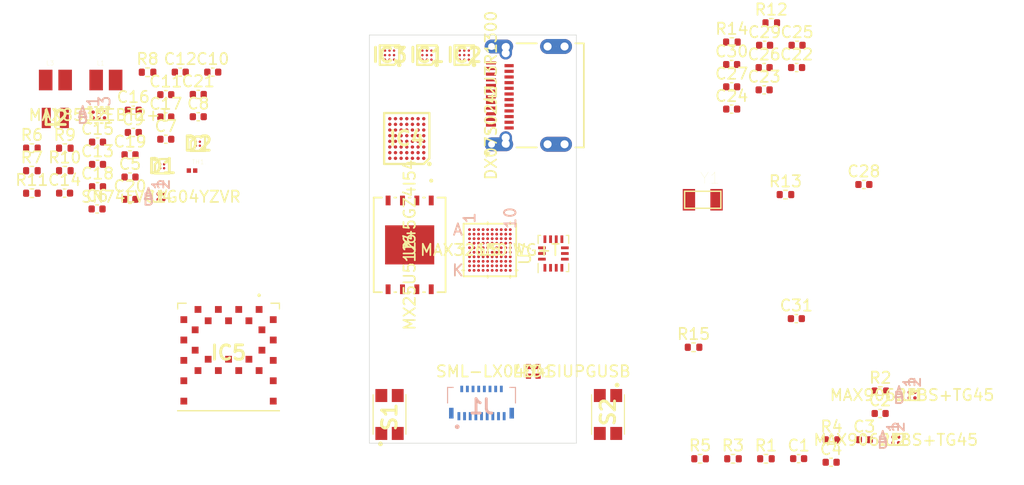
<source format=kicad_pcb>
(kicad_pcb (version 20171130) (host pcbnew "(5.1.8)-1")
  (layers (0 F.Cu signal) (1 In1.Cu signal) (2 In2.Cu signal) (3 In3.Cu signal) (4 In4.Cu signal) (31 B.Cu signal) (34 B.Paste user) (35 F.Paste user) (36 B.SilkS user) (37 F.SilkS user) (38 B.Mask user) (39 F.Mask user) (44 Edge.Cuts user))
  (net 0 "")
  (net 1 -BATT)
  (net 2 VBUS)
  (net 3 +3V3)
  (net 4 "Net-(C5-Pad1)")
  (net 5 "Net-(C7-Pad1)")
  (net 6 "Net-(C8-Pad2)")
  (net 7 +BATT)
  (net 8 "Net-(C10-Pad1)")
  (net 9 "Net-(C11-Pad2)")
  (net 10 +1V8)
  (net 11 /PMIC/SYS_OUT)
  (net 12 /3V)
  (net 13 /1V2)
  (net 14 /5V0)
  (net 15 /1V8_S)
  (net 16 "Net-(C22-Pad2)")
  (net 17 /VRTC)
  (net 18 "Net-(IC1-PadA1)")
  (net 19 "Net-(IC1-PadA2)")
  (net 20 "Net-(IC1-PadA3)")
  (net 21 /P21_TX)
  (net 22 /P20_RX)
  (net 23 /USB/RX1M)
  (net 24 /USB/RX1P)
  (net 25 /USB/ID_RST)
  (net 26 /USB/SBU_VREF)
  (net 27 "Net-(IC2-PadA3)")
  (net 28 "Net-(IC2-PadA1)")
  (net 29 "Net-(IC3-PadA1)")
  (net 30 "Net-(IC3-PadA3)")
  (net 31 /TMS)
  (net 32 /TCK)
  (net 33 /USB/TX1_SWDIO)
  (net 34 /USB/TX1_SWDCLK)
  (net 35 "Net-(IC4-PadA1)")
  (net 36 "Net-(IC4-PadA2)")
  (net 37 "Net-(IC4-PadA7)")
  (net 38 /SCL)
  (net 39 /SDA)
  (net 40 "Net-(IC4-PadB3)")
  (net 41 "Net-(IC4-PadB4)")
  (net 42 "Net-(IC4-PadB5)")
  (net 43 "Net-(IC4-PadC1)")
  (net 44 "Net-(IC4-PadC3)")
  (net 45 "Net-(IC4-PadC4)")
  (net 46 "Net-(IC4-PadC5)")
  (net 47 "Net-(IC4-PadD1)")
  (net 48 "Net-(IC4-PadD2)")
  (net 49 "Net-(IC4-PadE1)")
  (net 50 /PMIC)
  (net 51 /AIN1)
  (net 52 /ALRT)
  (net 53 "Net-(IC4-PadE7)")
  (net 54 "Net-(IC4-PadF1)")
  (net 55 "Net-(IC4-PadF3)")
  (net 56 "Net-(IC4-PadF4)")
  (net 57 "Net-(IC4-PadF5)")
  (net 58 /RST_N)
  (net 59 /PMIC/BBL3)
  (net 60 /P37_INT)
  (net 61 /MPC0)
  (net 62 "Net-(IC4-PadG4)")
  (net 63 "Net-(IC4-PadH1)")
  (net 64 "Net-(IC4-PadH2)")
  (net 65 "Net-(IC4-PadH7)")
  (net 66 "Net-(IC5-Pad2)")
  (net 67 "Net-(IC5-Pad3)")
  (net 68 "Net-(IC5-Pad4)")
  (net 69 "Net-(IC5-Pad5)")
  (net 70 "Net-(IC5-Pad6)")
  (net 71 "Net-(IC5-Pad7)")
  (net 72 /MCU/32kHZ)
  (net 73 "Net-(IC5-Pad9)")
  (net 74 "Net-(IC5-Pad13)")
  (net 75 /MCU/BT_RST)
  (net 76 "Net-(IC5-Pad17)")
  (net 77 "Net-(IC5-Pad18)")
  (net 78 "Net-(IC5-Pad19)")
  (net 79 "Net-(IC5-Pad21)")
  (net 80 "Net-(IC5-Pad23)")
  (net 81 "Net-(IC5-Pad24)")
  (net 82 /INT)
  (net 83 /CSB)
  (net 84 /SDI)
  (net 85 /SDO)
  (net 86 /SCLK)
  (net 87 "Net-(J2-PadS_3)")
  (net 88 /USB_DM)
  (net 89 /USB_DP)
  (net 90 /USB/RSENSE1)
  (net 91 /USB/RSENSE2)
  (net 92 "Net-(LED1-Pad2)")
  (net 93 "Net-(LED1-Pad3)")
  (net 94 "Net-(LED1-Pad4)")
  (net 95 "Net-(R12-Pad2)")
  (net 96 "Net-(R13-Pad2)")
  (net 97 "Net-(R14-Pad2)")
  (net 98 "Net-(R15-Pad1)")
  (net 99 "Net-(S2-Pad1)")
  (net 100 "Net-(U3-PadB3)")
  (net 101 "Net-(U5-PadK10)")
  (net 102 "Net-(U5-PadK9)")
  (net 103 "Net-(U5-PadK8)")
  (net 104 "Net-(U5-PadK7)")
  (net 105 "Net-(U5-PadK6)")
  (net 106 "Net-(U5-PadK5)")
  (net 107 "Net-(U5-PadK4)")
  (net 108 "Net-(U5-PadK3)")
  (net 109 "Net-(U5-PadK2)")
  (net 110 "Net-(U5-PadK1)")
  (net 111 "Net-(U5-PadJ10)")
  (net 112 "Net-(U5-PadJ9)")
  (net 113 /P36_INT)
  (net 114 "Net-(U5-PadJ7)")
  (net 115 "Net-(U5-PadJ1)")
  (net 116 "Net-(U5-PadH10)")
  (net 117 "Net-(U5-PadH9)")
  (net 118 "Net-(U5-PadH8)")
  (net 119 "Net-(U5-PadH7)")
  (net 120 "Net-(U5-PadH1)")
  (net 121 "Net-(U5-PadG10)")
  (net 122 "Net-(U5-PadG9)")
  (net 123 "Net-(U5-PadG8)")
  (net 124 "Net-(U5-PadG7)")
  (net 125 "Net-(U5-PadG1)")
  (net 126 "Net-(U5-PadF10)")
  (net 127 "Net-(U5-PadF7)")
  (net 128 "Net-(U5-PadF6)")
  (net 129 "Net-(U5-PadF5)")
  (net 130 "Net-(U5-PadF4)")
  (net 131 "Net-(U5-PadF3)")
  (net 132 "Net-(U5-PadF1)")
  (net 133 "Net-(U5-PadE7)")
  (net 134 "Net-(U5-PadE6)")
  (net 135 "Net-(U5-PadE5)")
  (net 136 "Net-(U5-PadE4)")
  (net 137 "Net-(U5-PadE3)")
  (net 138 "Net-(U5-PadE2)")
  (net 139 "Net-(U5-PadD6)")
  (net 140 "Net-(U5-PadD3)")
  (net 141 "Net-(U5-PadD2)")
  (net 142 "Net-(U5-PadD1)")
  (net 143 "Net-(U5-PadC10)")
  (net 144 "Net-(U5-PadC6)")
  (net 145 "Net-(U5-PadC1)")
  (net 146 "Net-(U5-PadB10)")
  (net 147 "Net-(U5-PadB8)")
  (net 148 "Net-(U5-PadB7)")
  (net 149 "Net-(U5-PadB2)")
  (net 150 "Net-(U5-PadB1)")
  (net 151 "Net-(U5-PadA10)")
  (net 152 "Net-(U5-PadA8)")
  (net 153 "Net-(U5-PadA7)")
  (net 154 "Net-(U5-PadA5)")
  (net 155 "Net-(U5-PadA1)")
  (net 156 "Net-(U7-Pad2)")
  (net 157 "Net-(U7-Pad3)")
  (net 158 "Net-(U7-Pad9)")
  (net 159 "Net-(U7-Pad10)")
  (net 160 "Net-(U7-Pad11)")
  (module Capacitor_SMD:C_0402_1005Metric (layer F.Cu) (at 159.845001 113.629001)
    (fp_text reference C1 (at 0 -1.16) (layer F.SilkS))
    (fp_text value 100n)
    (pad 2 smd roundrect (at 0.48 0) (size 0.56 0.62) (layers F.Cu F.Paste F.Mask) (net 1 -BATT))
    (pad 1 smd roundrect (at -0.48 0) (size 0.56 0.62) (layers F.Cu F.Paste F.Mask) (net 2 VBUS))
  )
  (module Capacitor_SMD:C_0402_1005Metric (layer F.Cu) (at 167.045001 109.639001)
    (fp_text reference C2 (at 0 -1.16) (layer F.SilkS))
    (fp_text value 100n)
    (pad 1 smd roundrect (at -0.48 0) (size 0.56 0.62) (layers F.Cu F.Paste F.Mask) (net 3 +3V3))
    (pad 2 smd roundrect (at 0.48 0) (size 0.56 0.62) (layers F.Cu F.Paste F.Mask) (net 1 -BATT))
  )
  (module Capacitor_SMD:C_0402_1005Metric (layer F.Cu) (at 165.645001 111.959001)
    (fp_text reference C3 (at 0 -1.16) (layer F.SilkS))
    (fp_text value 100n)
    (pad 1 smd roundrect (at -0.48 0) (size 0.56 0.62) (layers F.Cu F.Paste F.Mask) (net 3 +3V3))
    (pad 2 smd roundrect (at 0.48 0) (size 0.56 0.62) (layers F.Cu F.Paste F.Mask) (net 1 -BATT))
  )
  (module Capacitor_SMD:C_0402_1005Metric (layer F.Cu) (at 162.715001 113.949001)
    (fp_text reference C4 (at 0 -1.16) (layer F.SilkS))
    (fp_text value 100n)
    (pad 2 smd roundrect (at 0.48 0) (size 0.56 0.62) (layers F.Cu F.Paste F.Mask) (net 1 -BATT))
    (pad 1 smd roundrect (at -0.48 0) (size 0.56 0.62) (layers F.Cu F.Paste F.Mask) (net 3 +3V3))
  )
  (module Capacitor_SMD:C_0402_1005Metric (layer F.Cu) (at 100.769001 88.749001)
    (fp_text reference C5 (at 0 -1.16) (layer F.SilkS))
    (fp_text value 10n)
    (pad 2 smd roundrect (at 0.48 0) (size 0.56 0.62) (layers F.Cu F.Paste F.Mask) (net 1 -BATT))
    (pad 1 smd roundrect (at -0.48 0) (size 0.56 0.62) (layers F.Cu F.Paste F.Mask) (net 4 "Net-(C5-Pad1)"))
  )
  (module Capacitor_SMD:C_0402_1005Metric (layer F.Cu) (at 97.859001 91.569001)
    (fp_text reference C6 (at 0 -1.16) (layer F.SilkS))
    (fp_text value 1uF)
    (pad 2 smd roundrect (at 0.48 0) (size 0.56 0.62) (layers F.Cu F.Paste F.Mask) (net 1 -BATT))
    (pad 1 smd roundrect (at -0.48 0) (size 0.56 0.62) (layers F.Cu F.Paste F.Mask) (net 2 VBUS))
  )
  (module Capacitor_SMD:C_0402_1005Metric (layer F.Cu) (at 103.929001 85.409001)
    (fp_text reference C7 (at 0 -1.16) (layer F.SilkS))
    (fp_text value 100n)
    (pad 2 smd roundrect (at 0.48 0) (size 0.56 0.62) (layers F.Cu F.Paste F.Mask) (net 1 -BATT))
    (pad 1 smd roundrect (at -0.48 0) (size 0.56 0.62) (layers F.Cu F.Paste F.Mask) (net 5 "Net-(C7-Pad1)"))
  )
  (module Capacitor_SMD:C_0402_1005Metric (layer F.Cu) (at 106.799001 83.419001)
    (fp_text reference C8 (at 0 -1.16) (layer F.SilkS))
    (fp_text value 4u7)
    (pad 2 smd roundrect (at 0.48 0) (size 0.56 0.62) (layers F.Cu F.Paste F.Mask) (net 6 "Net-(C8-Pad2)"))
    (pad 1 smd roundrect (at -0.48 0) (size 0.56 0.62) (layers F.Cu F.Paste F.Mask) (net 1 -BATT))
  )
  (module Capacitor_SMD:C_0402_1005Metric (layer F.Cu) (at 101.059001 84.809001)
    (fp_text reference C9 (at 0 -1.16) (layer F.SilkS))
    (fp_text value 2u2)
    (pad 1 smd roundrect (at -0.48 0) (size 0.56 0.62) (layers F.Cu F.Paste F.Mask) (net 7 +BATT))
    (pad 2 smd roundrect (at 0.48 0) (size 0.56 0.62) (layers F.Cu F.Paste F.Mask) (net 1 -BATT))
  )
  (module Capacitor_SMD:C_0402_1005Metric (layer F.Cu) (at 108.079001 79.479001)
    (fp_text reference C10 (at 0 -1.16) (layer F.SilkS))
    (fp_text value 2u2)
    (pad 2 smd roundrect (at 0.48 0) (size 0.56 0.62) (layers F.Cu F.Paste F.Mask) (net 1 -BATT))
    (pad 1 smd roundrect (at -0.48 0) (size 0.56 0.62) (layers F.Cu F.Paste F.Mask) (net 8 "Net-(C10-Pad1)"))
  )
  (module Capacitor_SMD:C_0402_1005Metric (layer F.Cu) (at 103.929001 81.469001)
    (fp_text reference C11 (at 0 -1.16) (layer F.SilkS))
    (fp_text value 22uF)
    (pad 1 smd roundrect (at -0.48 0) (size 0.56 0.62) (layers F.Cu F.Paste F.Mask) (net 1 -BATT))
    (pad 2 smd roundrect (at 0.48 0) (size 0.56 0.62) (layers F.Cu F.Paste F.Mask) (net 9 "Net-(C11-Pad2)"))
  )
  (module Capacitor_SMD:C_0402_1005Metric (layer F.Cu) (at 105.209001 79.479001)
    (fp_text reference C12 (at 0 -1.16) (layer F.SilkS))
    (fp_text value 22uF)
    (pad 1 smd roundrect (at -0.48 0) (size 0.56 0.62) (layers F.Cu F.Paste F.Mask) (net 3 +3V3))
    (pad 2 smd roundrect (at 0.48 0) (size 0.56 0.62) (layers F.Cu F.Paste F.Mask) (net 1 -BATT))
  )
  (module Capacitor_SMD:C_0402_1005Metric (layer F.Cu) (at 97.899001 87.629001)
    (fp_text reference C13 (at 0 -1.16) (layer F.SilkS))
    (fp_text value 2u2)
    (pad 1 smd roundrect (at -0.48 0) (size 0.56 0.62) (layers F.Cu F.Paste F.Mask) (net 7 +BATT))
    (pad 2 smd roundrect (at 0.48 0) (size 0.56 0.62) (layers F.Cu F.Paste F.Mask) (net 1 -BATT))
  )
  (module Capacitor_SMD:C_0402_1005Metric (layer F.Cu) (at 94.989001 90.169001)
    (fp_text reference C14 (at 0 -1.16) (layer F.SilkS))
    (fp_text value 100n)
    (pad 1 smd roundrect (at -0.48 0) (size 0.56 0.62) (layers F.Cu F.Paste F.Mask) (net 10 +1V8))
    (pad 2 smd roundrect (at 0.48 0) (size 0.56 0.62) (layers F.Cu F.Paste F.Mask) (net 1 -BATT))
  )
  (module Capacitor_SMD:C_0402_1005Metric (layer F.Cu) (at 97.899001 85.659001)
    (fp_text reference C15 (at 0 -1.16) (layer F.SilkS))
    (fp_text value 100n)
    (pad 1 smd roundrect (at -0.48 0) (size 0.56 0.62) (layers F.Cu F.Paste F.Mask) (net 2 VBUS))
    (pad 2 smd roundrect (at 0.48 0) (size 0.56 0.62) (layers F.Cu F.Paste F.Mask) (net 1 -BATT))
  )
  (module Capacitor_SMD:C_0402_1005Metric (layer F.Cu) (at 101.059001 82.839001)
    (fp_text reference C16 (at 0 -1.16) (layer F.SilkS))
    (fp_text value 22uF)
    (pad 2 smd roundrect (at 0.48 0) (size 0.56 0.62) (layers F.Cu F.Paste F.Mask) (net 1 -BATT))
    (pad 1 smd roundrect (at -0.48 0) (size 0.56 0.62) (layers F.Cu F.Paste F.Mask) (net 11 /PMIC/SYS_OUT))
  )
  (module Capacitor_SMD:C_0402_1005Metric (layer F.Cu) (at 103.929001 83.439001)
    (fp_text reference C17 (at 0 -1.16) (layer F.SilkS))
    (fp_text value 22uF)
    (pad 1 smd roundrect (at -0.48 0) (size 0.56 0.62) (layers F.Cu F.Paste F.Mask) (net 12 /3V))
    (pad 2 smd roundrect (at 0.48 0) (size 0.56 0.62) (layers F.Cu F.Paste F.Mask) (net 1 -BATT))
  )
  (module Capacitor_SMD:C_0402_1005Metric (layer F.Cu) (at 97.899001 89.599001)
    (fp_text reference C18 (at 0 -1.16) (layer F.SilkS))
    (fp_text value 22uF)
    (pad 2 smd roundrect (at 0.48 0) (size 0.56 0.62) (layers F.Cu F.Paste F.Mask) (net 1 -BATT))
    (pad 1 smd roundrect (at -0.48 0) (size 0.56 0.62) (layers F.Cu F.Paste F.Mask) (net 10 +1V8))
  )
  (module Capacitor_SMD:C_0402_1005Metric (layer F.Cu) (at 100.769001 86.779001)
    (fp_text reference C19 (at 0 -1.16) (layer F.SilkS))
    (fp_text value 22uF)
    (pad 1 smd roundrect (at -0.48 0) (size 0.56 0.62) (layers F.Cu F.Paste F.Mask) (net 13 /1V2))
    (pad 2 smd roundrect (at 0.48 0) (size 0.56 0.62) (layers F.Cu F.Paste F.Mask) (net 1 -BATT))
  )
  (module Capacitor_SMD:C_0402_1005Metric (layer F.Cu) (at 100.769001 90.719001)
    (fp_text reference C20 (at 0 -1.16) (layer F.SilkS))
    (fp_text value 22uF)
    (pad 2 smd roundrect (at 0.48 0) (size 0.56 0.62) (layers F.Cu F.Paste F.Mask) (net 1 -BATT))
    (pad 1 smd roundrect (at -0.48 0) (size 0.56 0.62) (layers F.Cu F.Paste F.Mask) (net 14 /5V0))
  )
  (module Capacitor_SMD:C_0402_1005Metric (layer F.Cu) (at 106.799001 81.449001)
    (fp_text reference C21 (at 0 -1.16) (layer F.SilkS))
    (fp_text value 22uF)
    (pad 1 smd roundrect (at -0.48 0) (size 0.56 0.62) (layers F.Cu F.Paste F.Mask) (net 15 /1V8_S))
    (pad 2 smd roundrect (at 0.48 0) (size 0.56 0.62) (layers F.Cu F.Paste F.Mask) (net 1 -BATT))
  )
  (module Capacitor_SMD:C_0402_1005Metric (layer F.Cu) (at 159.667001 79.075001)
    (fp_text reference C22 (at 0 -1.16) (layer F.SilkS))
    (fp_text value 100n)
    (pad 1 smd roundrect (at -0.48 0) (size 0.56 0.62) (layers F.Cu F.Paste F.Mask) (net 1 -BATT))
    (pad 2 smd roundrect (at 0.48 0) (size 0.56 0.62) (layers F.Cu F.Paste F.Mask) (net 16 "Net-(C22-Pad2)"))
  )
  (module Capacitor_SMD:C_0402_1005Metric (layer F.Cu) (at 156.797001 81.045001)
    (fp_text reference C23 (at 0 -1.16) (layer F.SilkS))
    (fp_text value 1uF)
    (pad 2 smd roundrect (at 0.48 0) (size 0.56 0.62) (layers F.Cu F.Paste F.Mask) (net 1 -BATT))
    (pad 1 smd roundrect (at -0.48 0) (size 0.56 0.62) (layers F.Cu F.Paste F.Mask) (net 10 +1V8))
  )
  (module Capacitor_SMD:C_0402_1005Metric (layer F.Cu) (at 153.927001 82.745001)
    (fp_text reference C24 (at 0 -1.16) (layer F.SilkS))
    (fp_text value 1uF)
    (pad 2 smd roundrect (at 0.48 0) (size 0.56 0.62) (layers F.Cu F.Paste F.Mask) (net 1 -BATT))
    (pad 1 smd roundrect (at -0.48 0) (size 0.56 0.62) (layers F.Cu F.Paste F.Mask) (net 10 +1V8))
  )
  (module Capacitor_SMD:C_0402_1005Metric (layer F.Cu) (at 159.707001 77.105001)
    (fp_text reference C25 (at 0 -1.16) (layer F.SilkS))
    (fp_text value 1uF)
    (pad 1 smd roundrect (at -0.48 0) (size 0.56 0.62) (layers F.Cu F.Paste F.Mask) (net 10 +1V8))
    (pad 2 smd roundrect (at 0.48 0) (size 0.56 0.62) (layers F.Cu F.Paste F.Mask) (net 1 -BATT))
  )
  (module Capacitor_SMD:C_0402_1005Metric (layer F.Cu) (at 156.797001 79.075001)
    (fp_text reference C26 (at 0 -1.16) (layer F.SilkS))
    (fp_text value 1uF)
    (pad 2 smd roundrect (at 0.48 0) (size 0.56 0.62) (layers F.Cu F.Paste F.Mask) (net 1 -BATT))
    (pad 1 smd roundrect (at -0.48 0) (size 0.56 0.62) (layers F.Cu F.Paste F.Mask) (net 12 /3V))
  )
  (module Capacitor_SMD:C_0402_1005Metric (layer F.Cu) (at 153.927001 80.775001)
    (fp_text reference C27 (at 0 -1.16) (layer F.SilkS))
    (fp_text value 1uF)
    (pad 1 smd roundrect (at -0.48 0) (size 0.56 0.62) (layers F.Cu F.Paste F.Mask) (net 13 /1V2))
    (pad 2 smd roundrect (at 0.48 0) (size 0.56 0.62) (layers F.Cu F.Paste F.Mask) (net 1 -BATT))
  )
  (module Capacitor_SMD:C_0402_1005Metric (layer F.Cu) (at 165.608 89.408)
    (fp_text reference C28 (at 0 -1.16) (layer F.SilkS))
    (fp_text value 1uF)
    (pad 1 smd roundrect (at -0.48 0) (size 0.56 0.62) (layers F.Cu F.Paste F.Mask) (net 3 +3V3))
    (pad 2 smd roundrect (at 0.48 0) (size 0.56 0.62) (layers F.Cu F.Paste F.Mask) (net 1 -BATT))
  )
  (module Capacitor_SMD:C_0402_1005Metric (layer F.Cu) (at 156.837001 77.105001)
    (fp_text reference C29 (at 0 -1.16) (layer F.SilkS))
    (fp_text value 1uF)
    (pad 2 smd roundrect (at 0.48 0) (size 0.56 0.62) (layers F.Cu F.Paste F.Mask) (net 1 -BATT))
    (pad 1 smd roundrect (at -0.48 0) (size 0.56 0.62) (layers F.Cu F.Paste F.Mask) (net 17 /VRTC))
  )
  (module Capacitor_SMD:C_0402_1005Metric (layer F.Cu) (at 153.927001 78.805001)
    (fp_text reference C30 (at 0 -1.16) (layer F.SilkS))
    (fp_text value 100n)
    (pad 1 smd roundrect (at -0.48 0) (size 0.56 0.62) (layers F.Cu F.Paste F.Mask) (net 1 -BATT))
    (pad 2 smd roundrect (at 0.48 0) (size 0.56 0.62) (layers F.Cu F.Paste F.Mask) (net 10 +1V8))
  )
  (module Capacitor_SMD:C_0402_1005Metric (layer F.Cu) (at 159.641001 101.259001)
    (fp_text reference C31 (at 0 -1.16) (layer F.SilkS))
    (fp_text value 100n)
    (pad 2 smd roundrect (at 0.48 0) (size 0.56 0.62) (layers F.Cu F.Paste F.Mask) (net 1 -BATT))
    (pad 1 smd roundrect (at -0.48 0) (size 0.56 0.62) (layers F.Cu F.Paste F.Mask) (net 10 +1V8))
  )
  (module Horace:BGA4C35P2X2_73X73X50 (layer F.Cu) (at 103.605001 87.795001)
    (fp_text reference D1 (at 0 0) (layer F.SilkS) (effects (font (size 1.27 1.27) (thickness 0.254))))
    (fp_text value MAX40200ANS+T hide)
    (pad B2 smd circle (at 0.175 0.175 90) (size 0.217 0.217) (layers F.Cu F.Paste F.Mask) (net 1 -BATT))
    (pad B1 smd circle (at -0.175 0.175 90) (size 0.217 0.217) (layers F.Cu F.Paste F.Mask) (net 10 +1V8))
    (pad A2 smd circle (at 0.175 -0.175 90) (size 0.217 0.217) (layers F.Cu F.Paste F.Mask) (net 17 /VRTC))
    (pad A1 smd circle (at -0.175 -0.175 90) (size 0.217 0.217) (layers F.Cu F.Paste F.Mask) (net 10 +1V8))
  )
  (module Horace:BGA4C35P2X2_73X73X50 (layer F.Cu) (at 106.765001 85.805001)
    (fp_text reference D2 (at 0 0) (layer F.SilkS) (effects (font (size 1.27 1.27) (thickness 0.254))))
    (fp_text value MAX40200ANS+T hide)
    (pad A1 smd circle (at -0.175 -0.175 90) (size 0.217 0.217) (layers F.Cu F.Paste F.Mask) (net 8 "Net-(C10-Pad1)"))
    (pad A2 smd circle (at 0.175 -0.175 90) (size 0.217 0.217) (layers F.Cu F.Paste F.Mask) (net 17 /VRTC))
    (pad B1 smd circle (at -0.175 0.175 90) (size 0.217 0.217) (layers F.Cu F.Paste F.Mask) (net 8 "Net-(C10-Pad1)"))
    (pad B2 smd circle (at 0.175 0.175 90) (size 0.217 0.217) (layers F.Cu F.Paste F.Mask) (net 1 -BATT))
  )
  (module Horace:BGA9C40P3X3_124X124X69 (layer F.Cu) (at 127 77.978 180)
    (fp_text reference IC1 (at 0 0 180) (layer F.SilkS) (effects (font (size 1.27 1.27) (thickness 0.254))))
    (fp_text value MAX14689EWL+T hide)
    (pad A1 smd circle (at -0.4 -0.4 270) (size 0.216 0.216) (layers F.Cu F.Paste F.Mask) (net 18 "Net-(IC1-PadA1)"))
    (pad A2 smd circle (at 0 -0.4 270) (size 0.216 0.216) (layers F.Cu F.Paste F.Mask) (net 19 "Net-(IC1-PadA2)"))
    (pad A3 smd circle (at 0.4 -0.4 270) (size 0.216 0.216) (layers F.Cu F.Paste F.Mask) (net 20 "Net-(IC1-PadA3)"))
    (pad B1 smd circle (at -0.4 0 270) (size 0.216 0.216) (layers F.Cu F.Paste F.Mask) (net 21 /P21_TX))
    (pad B2 smd circle (at 0 0 270) (size 0.216 0.216) (layers F.Cu F.Paste F.Mask) (net 1 -BATT))
    (pad B3 smd circle (at 0.4 0 270) (size 0.216 0.216) (layers F.Cu F.Paste F.Mask) (net 22 /P20_RX))
    (pad C1 smd circle (at -0.4 0.4 270) (size 0.216 0.216) (layers F.Cu F.Paste F.Mask) (net 23 /USB/RX1M))
    (pad C2 smd circle (at 0 0.4 270) (size 0.216 0.216) (layers F.Cu F.Paste F.Mask) (net 3 +3V3))
    (pad C3 smd circle (at 0.4 0.4 270) (size 0.216 0.216) (layers F.Cu F.Paste F.Mask) (net 24 /USB/RX1P))
  )
  (module Horace:BGA9C40P3X3_124X124X69 (layer F.Cu) (at 130.302 77.978 180)
    (fp_text reference IC2 (at 0 0) (layer F.SilkS) (effects (font (size 1.27 1.27) (thickness 0.254))))
    (fp_text value MAX14689EWL+T hide)
    (pad C3 smd circle (at 0.4 0.4 270) (size 0.216 0.216) (layers F.Cu F.Paste F.Mask) (net 25 /USB/ID_RST))
    (pad C2 smd circle (at 0 0.4 270) (size 0.216 0.216) (layers F.Cu F.Paste F.Mask) (net 3 +3V3))
    (pad C1 smd circle (at -0.4 0.4 270) (size 0.216 0.216) (layers F.Cu F.Paste F.Mask) (net 26 /USB/SBU_VREF))
    (pad B3 smd circle (at 0.4 0 270) (size 0.216 0.216) (layers F.Cu F.Paste F.Mask) (net 25 /USB/ID_RST))
    (pad B2 smd circle (at 0 0 270) (size 0.216 0.216) (layers F.Cu F.Paste F.Mask) (net 1 -BATT))
    (pad B1 smd circle (at -0.4 0 270) (size 0.216 0.216) (layers F.Cu F.Paste F.Mask) (net 10 +1V8))
    (pad A3 smd circle (at 0.4 -0.4 270) (size 0.216 0.216) (layers F.Cu F.Paste F.Mask) (net 27 "Net-(IC2-PadA3)"))
    (pad A2 smd circle (at 0 -0.4 270) (size 0.216 0.216) (layers F.Cu F.Paste F.Mask) (net 19 "Net-(IC1-PadA2)"))
    (pad A1 smd circle (at -0.4 -0.4 270) (size 0.216 0.216) (layers F.Cu F.Paste F.Mask) (net 28 "Net-(IC2-PadA1)"))
  )
  (module Horace:BGA9C40P3X3_124X124X69 (layer F.Cu) (at 123.698 77.978 180)
    (fp_text reference IC3 (at 0 0) (layer F.SilkS) (effects (font (size 1.27 1.27) (thickness 0.254))))
    (fp_text value MAX14689EWL+T hide)
    (pad A1 smd circle (at -0.4 -0.4 270) (size 0.216 0.216) (layers F.Cu F.Paste F.Mask) (net 29 "Net-(IC3-PadA1)"))
    (pad A2 smd circle (at 0 -0.4 270) (size 0.216 0.216) (layers F.Cu F.Paste F.Mask) (net 19 "Net-(IC1-PadA2)"))
    (pad A3 smd circle (at 0.4 -0.4 270) (size 0.216 0.216) (layers F.Cu F.Paste F.Mask) (net 30 "Net-(IC3-PadA3)"))
    (pad B1 smd circle (at -0.4 0 270) (size 0.216 0.216) (layers F.Cu F.Paste F.Mask) (net 31 /TMS))
    (pad B2 smd circle (at 0 0 270) (size 0.216 0.216) (layers F.Cu F.Paste F.Mask) (net 1 -BATT))
    (pad B3 smd circle (at 0.4 0 270) (size 0.216 0.216) (layers F.Cu F.Paste F.Mask) (net 32 /TCK))
    (pad C1 smd circle (at -0.4 0.4 270) (size 0.216 0.216) (layers F.Cu F.Paste F.Mask) (net 33 /USB/TX1_SWDIO))
    (pad C2 smd circle (at 0 0.4 270) (size 0.216 0.216) (layers F.Cu F.Paste F.Mask) (net 3 +3V3))
    (pad C3 smd circle (at 0.4 0.4 270) (size 0.216 0.216) (layers F.Cu F.Paste F.Mask) (net 34 /USB/TX1_SWDCLK))
  )
  (module Horace:BGA56C50P7X8_368X418X69 (layer F.Cu) (at 125.222 85.344 180)
    (fp_text reference IC4 (at 0 0) (layer F.SilkS) (effects (font (size 1.27 1.27) (thickness 0.254))))
    (fp_text value MAX20303BEWN+ hide)
    (pad A1 smd circle (at -1.5 -1.75 270) (size 0.298 0.298) (layers F.Cu F.Paste F.Mask) (net 35 "Net-(IC4-PadA1)"))
    (pad A2 smd circle (at -1 -1.75 270) (size 0.298 0.298) (layers F.Cu F.Paste F.Mask) (net 36 "Net-(IC4-PadA2)"))
    (pad A3 smd circle (at -0.5 -1.75 270) (size 0.298 0.298) (layers F.Cu F.Paste F.Mask) (net 1 -BATT))
    (pad A4 smd circle (at 0 -1.75 270) (size 0.298 0.298) (layers F.Cu F.Paste F.Mask) (net 11 /PMIC/SYS_OUT))
    (pad A5 smd circle (at 0.5 -1.75 270) (size 0.298 0.298) (layers F.Cu F.Paste F.Mask) (net 12 /3V))
    (pad A6 smd circle (at 1 -1.75 270) (size 0.298 0.298) (layers F.Cu F.Paste F.Mask) (net 1 -BATT))
    (pad A7 smd circle (at 1.5 -1.75 270) (size 0.298 0.298) (layers F.Cu F.Paste F.Mask) (net 37 "Net-(IC4-PadA7)"))
    (pad B1 smd circle (at -1.5 -1.25 270) (size 0.298 0.298) (layers F.Cu F.Paste F.Mask) (net 38 /SCL))
    (pad B2 smd circle (at -1 -1.25 270) (size 0.298 0.298) (layers F.Cu F.Paste F.Mask) (net 39 /SDA))
    (pad B3 smd circle (at -0.5 -1.25 270) (size 0.298 0.298) (layers F.Cu F.Paste F.Mask) (net 40 "Net-(IC4-PadB3)"))
    (pad B4 smd circle (at 0 -1.25 270) (size 0.298 0.298) (layers F.Cu F.Paste F.Mask) (net 41 "Net-(IC4-PadB4)"))
    (pad B5 smd circle (at 0.5 -1.25 270) (size 0.298 0.298) (layers F.Cu F.Paste F.Mask) (net 42 "Net-(IC4-PadB5)"))
    (pad B6 smd circle (at 1 -1.25 270) (size 0.298 0.298) (layers F.Cu F.Paste F.Mask) (net 11 /PMIC/SYS_OUT))
    (pad B7 smd circle (at 1.5 -1.25 270) (size 0.298 0.298) (layers F.Cu F.Paste F.Mask) (net 10 +1V8))
    (pad C1 smd circle (at -1.5 -0.75 270) (size 0.298 0.298) (layers F.Cu F.Paste F.Mask) (net 43 "Net-(IC4-PadC1)"))
    (pad C2 smd circle (at -1 -0.75 270) (size 0.298 0.298) (layers F.Cu F.Paste F.Mask) (net 1 -BATT))
    (pad C3 smd circle (at -0.5 -0.75 270) (size 0.298 0.298) (layers F.Cu F.Paste F.Mask) (net 44 "Net-(IC4-PadC3)"))
    (pad C4 smd circle (at 0 -0.75 270) (size 0.298 0.298) (layers F.Cu F.Paste F.Mask) (net 45 "Net-(IC4-PadC4)"))
    (pad C5 smd circle (at 0.5 -0.75 270) (size 0.298 0.298) (layers F.Cu F.Paste F.Mask) (net 46 "Net-(IC4-PadC5)"))
    (pad C6 smd circle (at 1 -0.75 270) (size 0.298 0.298) (layers F.Cu F.Paste F.Mask) (net 5 "Net-(C7-Pad1)"))
    (pad C7 smd circle (at 1.5 -0.75 270) (size 0.298 0.298) (layers F.Cu F.Paste F.Mask) (net 14 /5V0))
    (pad D1 smd circle (at -1.5 -0.25 270) (size 0.298 0.298) (layers F.Cu F.Paste F.Mask) (net 47 "Net-(IC4-PadD1)"))
    (pad D2 smd circle (at -1 -0.25 270) (size 0.298 0.298) (layers F.Cu F.Paste F.Mask) (net 48 "Net-(IC4-PadD2)"))
    (pad D3 smd circle (at -0.5 -0.25 270) (size 0.298 0.298) (layers F.Cu F.Paste F.Mask) (net 1 -BATT))
    (pad D4 smd circle (at 0 -0.25 270) (size 0.298 0.298) (layers F.Cu F.Paste F.Mask) (net 6 "Net-(C8-Pad2)"))
    (pad D5 smd circle (at 0.5 -0.25 270) (size 0.298 0.298) (layers F.Cu F.Paste F.Mask) (net 1 -BATT))
    (pad D6 smd circle (at 1 -0.25 270) (size 0.298 0.298) (layers F.Cu F.Paste F.Mask) (net 1 -BATT))
    (pad D7 smd circle (at 1.5 -0.25 270) (size 0.298 0.298) (layers F.Cu F.Paste F.Mask) (net 1 -BATT))
    (pad E1 smd circle (at -1.5 0.25 270) (size 0.298 0.298) (layers F.Cu F.Paste F.Mask) (net 49 "Net-(IC4-PadE1)"))
    (pad E2 smd circle (at -1 0.25 270) (size 0.298 0.298) (layers F.Cu F.Paste F.Mask) (net 50 /PMIC))
    (pad E3 smd circle (at -0.5 0.25 270) (size 0.298 0.298) (layers F.Cu F.Paste F.Mask) (net 51 /AIN1))
    (pad E4 smd circle (at 0 0.25 270) (size 0.298 0.298) (layers F.Cu F.Paste F.Mask) (net 9 "Net-(C11-Pad2)"))
    (pad E5 smd circle (at 0.5 0.25 270) (size 0.298 0.298) (layers F.Cu F.Paste F.Mask) (net 1 -BATT))
    (pad E6 smd circle (at 1 0.25 270) (size 0.298 0.298) (layers F.Cu F.Paste F.Mask) (net 52 /ALRT))
    (pad E7 smd circle (at 1.5 0.25 270) (size 0.298 0.298) (layers F.Cu F.Paste F.Mask) (net 53 "Net-(IC4-PadE7)"))
    (pad F1 smd circle (at -1.5 0.75 270) (size 0.298 0.298) (layers F.Cu F.Paste F.Mask) (net 54 "Net-(IC4-PadF1)"))
    (pad F2 smd circle (at -1 0.75 270) (size 0.298 0.298) (layers F.Cu F.Paste F.Mask) (net 3 +3V3))
    (pad F3 smd circle (at -0.5 0.75 270) (size 0.298 0.298) (layers F.Cu F.Paste F.Mask) (net 55 "Net-(IC4-PadF3)"))
    (pad F4 smd circle (at 0 0.75 270) (size 0.298 0.298) (layers F.Cu F.Paste F.Mask) (net 56 "Net-(IC4-PadF4)"))
    (pad F5 smd circle (at 0.5 0.75 270) (size 0.298 0.298) (layers F.Cu F.Paste F.Mask) (net 57 "Net-(IC4-PadF5)"))
    (pad F6 smd circle (at 1 0.75 270) (size 0.298 0.298) (layers F.Cu F.Paste F.Mask) (net 58 /RST_N))
    (pad F7 smd circle (at 1.5 0.75 270) (size 0.298 0.298) (layers F.Cu F.Paste F.Mask) (net 59 /PMIC/BBL3))
    (pad G1 smd circle (at -1.5 1.25 270) (size 0.298 0.298) (layers F.Cu F.Paste F.Mask) (net 1 -BATT))
    (pad G2 smd circle (at -1 1.25 270) (size 0.298 0.298) (layers F.Cu F.Paste F.Mask) (net 60 /P37_INT))
    (pad G3 smd circle (at -0.5 1.25 270) (size 0.298 0.298) (layers F.Cu F.Paste F.Mask) (net 61 /MPC0))
    (pad G4 smd circle (at 0 1.25 270) (size 0.298 0.298) (layers F.Cu F.Paste F.Mask) (net 62 "Net-(IC4-PadG4)"))
    (pad G5 smd circle (at 0.5 1.25 270) (size 0.298 0.298) (layers F.Cu F.Paste F.Mask) (net 15 /1V8_S))
    (pad G6 smd circle (at 1 1.25 270) (size 0.298 0.298) (layers F.Cu F.Paste F.Mask) (net 10 +1V8))
    (pad G7 smd circle (at 1.5 1.25 270) (size 0.298 0.298) (layers F.Cu F.Paste F.Mask) (net 13 /1V2))
    (pad H1 smd circle (at -1.5 1.75 270) (size 0.298 0.298) (layers F.Cu F.Paste F.Mask) (net 63 "Net-(IC4-PadH1)"))
    (pad H2 smd circle (at -1 1.75 270) (size 0.298 0.298) (layers F.Cu F.Paste F.Mask) (net 64 "Net-(IC4-PadH2)"))
    (pad H3 smd circle (at -0.5 1.75 270) (size 0.298 0.298) (layers F.Cu F.Paste F.Mask) (net 7 +BATT))
    (pad H4 smd circle (at 0 1.75 270) (size 0.298 0.298) (layers F.Cu F.Paste F.Mask) (net 11 /PMIC/SYS_OUT))
    (pad H5 smd circle (at 0.5 1.75 270) (size 0.298 0.298) (layers F.Cu F.Paste F.Mask) (net 2 VBUS))
    (pad H6 smd circle (at 1 1.75 270) (size 0.298 0.298) (layers F.Cu F.Paste F.Mask) (net 1 -BATT))
    (pad H7 smd circle (at 1.5 1.75 270) (size 0.298 0.298) (layers F.Cu F.Paste F.Mask) (net 65 "Net-(IC4-PadH7)"))
  )
  (module Horace:PAN1326B (layer F.Cu) (at 109.474 104.648 180)
    (fp_text reference IC5 (at 0 0.375) (layer F.SilkS) (effects (font (size 1.27 1.27) (thickness 0.254))))
    (fp_text value PAN1326B hide)
    (pad 1 smd rect (at -2.7 4.2 270) (size 0.6 0.6) (layers F.Cu F.Paste F.Mask) (net 1 -BATT))
    (pad 2 smd rect (at -1.8 3.2 270) (size 0.6 0.6) (layers F.Cu F.Paste F.Mask) (net 66 "Net-(IC5-Pad2)"))
    (pad 3 smd rect (at -0.9 4.2 270) (size 0.6 0.6) (layers F.Cu F.Paste F.Mask) (net 67 "Net-(IC5-Pad3)"))
    (pad 4 smd rect (at 0 3.2 270) (size 0.6 0.6) (layers F.Cu F.Paste F.Mask) (net 68 "Net-(IC5-Pad4)"))
    (pad 5 smd rect (at 0.9 4.2 270) (size 0.6 0.6) (layers F.Cu F.Paste F.Mask) (net 69 "Net-(IC5-Pad5)"))
    (pad 6 smd rect (at 1.8 3.2 270) (size 0.6 0.6) (layers F.Cu F.Paste F.Mask) (net 70 "Net-(IC5-Pad6)"))
    (pad 7 smd rect (at 2.7 4.2 270) (size 0.6 0.6) (layers F.Cu F.Paste F.Mask) (net 71 "Net-(IC5-Pad7)"))
    (pad 8 smd rect (at 3.95 3.3 270) (size 0.6 0.6) (layers F.Cu F.Paste F.Mask) (net 72 /MCU/32kHZ))
    (pad 9 smd rect (at 2.95 2.4 270) (size 0.6 0.6) (layers F.Cu F.Paste F.Mask) (net 73 "Net-(IC5-Pad9)"))
    (pad 10 smd rect (at 3.95 1.5 270) (size 0.6 0.6) (layers F.Cu F.Paste F.Mask) (net 10 +1V8))
    (pad 11 smd rect (at 2.95 0.6 270) (size 0.6 0.6) (layers F.Cu F.Paste F.Mask) (net 10 +1V8))
    (pad 12 smd rect (at 3.95 -0.3 270) (size 0.6 0.6) (layers F.Cu F.Paste F.Mask) (net 1 -BATT))
    (pad 13 smd rect (at 2.7 -1.2 270) (size 0.6 0.6) (layers F.Cu F.Paste F.Mask) (net 74 "Net-(IC5-Pad13)"))
    (pad 14 smd rect (at 1.8 -0.2 270) (size 0.6 0.6) (layers F.Cu F.Paste F.Mask) (net 1 -BATT))
    (pad 15 smd rect (at 0.9 -1.2 270) (size 0.6 0.6) (layers F.Cu F.Paste F.Mask) (net 10 +1V8))
    (pad 16 smd rect (at 0 -0.2 270) (size 0.6 0.6) (layers F.Cu F.Paste F.Mask) (net 75 /MCU/BT_RST))
    (pad 17 smd rect (at -0.9 -1.2 270) (size 0.6 0.6) (layers F.Cu F.Paste F.Mask) (net 76 "Net-(IC5-Pad17)"))
    (pad 18 smd rect (at -1.8 -0.2 270) (size 0.6 0.6) (layers F.Cu F.Paste F.Mask) (net 77 "Net-(IC5-Pad18)"))
    (pad 19 smd rect (at -2.7 -1.2 270) (size 0.6 0.6) (layers F.Cu F.Paste F.Mask) (net 78 "Net-(IC5-Pad19)"))
    (pad 20 smd rect (at -3.95 -0.3 270) (size 0.6 0.6) (layers F.Cu F.Paste F.Mask) (net 1 -BATT))
    (pad 21 smd rect (at -2.95 0.6 270) (size 0.6 0.6) (layers F.Cu F.Paste F.Mask) (net 79 "Net-(IC5-Pad21)"))
    (pad 22 smd rect (at -3.95 1.5 270) (size 0.6 0.6) (layers F.Cu F.Paste F.Mask) (net 10 +1V8))
    (pad 23 smd rect (at -2.95 2.4 270) (size 0.6 0.6) (layers F.Cu F.Paste F.Mask) (net 80 "Net-(IC5-Pad23)"))
    (pad 24 smd rect (at -3.95 3.3 270) (size 0.6 0.6) (layers F.Cu F.Paste F.Mask) (net 81 "Net-(IC5-Pad24)"))
    (pad A1 smd rect (at -3.95 -2.1 270) (size 0.6 0.6) (layers F.Cu F.Paste F.Mask) (net 1 -BATT))
    (pad B1 smd rect (at 3.95 -2.1 270) (size 0.6 0.6) (layers F.Cu F.Paste F.Mask) (net 1 -BATT))
    (pad C1 smd rect (at -3.95 -3.9 270) (size 0.6 0.6) (layers F.Cu F.Paste F.Mask) (net 1 -BATT))
    (pad D1 smd rect (at 3.95 -3.9 270) (size 0.6 0.6) (layers F.Cu F.Paste F.Mask) (net 1 -BATT))
  )
  (module 5020781710 (layer B.Cu) (at 131.826 108.712 180)
    (fp_text reference J1 (at 0 -0.313) (layer B.SilkS) (effects (font (size 1.27 1.27) (thickness 0.254)) (justify mirror)))
    (fp_text value 502078-1710 hide)
    (pad 1 smd rect (at 2 -1.165 180) (size 0.25 0.72) (layers B.Cu B.Paste B.Mask) (net 38 /SCL))
    (pad 2 smd rect (at 1.75 1.24 180) (size 0.25 0.57) (layers B.Cu B.Paste B.Mask) (net 1 -BATT))
    (pad 3 smd rect (at 1.5 -1.165 180) (size 0.25 0.72) (layers B.Cu B.Paste B.Mask) (net 39 /SDA))
    (pad 4 smd rect (at 1.25 1.24 180) (size 0.25 0.57) (layers B.Cu B.Paste B.Mask) (net 1 -BATT))
    (pad 5 smd rect (at 1 -1.165 180) (size 0.25 0.72) (layers B.Cu B.Paste B.Mask) (net 1 -BATT))
    (pad 6 smd rect (at 0.75 1.24 180) (size 0.25 0.57) (layers B.Cu B.Paste B.Mask) (net 1 -BATT))
    (pad 7 smd rect (at 0.5 -1.165 180) (size 0.25 0.72) (layers B.Cu B.Paste B.Mask) (net 1 -BATT))
    (pad 8 smd rect (at 0.25 1.24 180) (size 0.25 0.57) (layers B.Cu B.Paste B.Mask) (net 82 /INT))
    (pad 9 smd rect (at 0 -1.165 180) (size 0.25 0.72) (layers B.Cu B.Paste B.Mask) (net 1 -BATT))
    (pad 10 smd rect (at -0.25 1.24 180) (size 0.25 0.57) (layers B.Cu B.Paste B.Mask) (net 83 /CSB))
    (pad 11 smd rect (at -0.5 -1.165 180) (size 0.25 0.72) (layers B.Cu B.Paste B.Mask) (net 15 /1V8_S))
    (pad 12 smd rect (at -0.75 1.24 180) (size 0.25 0.57) (layers B.Cu B.Paste B.Mask) (net 84 /SDI))
    (pad 13 smd rect (at -1 -1.165 180) (size 0.25 0.72) (layers B.Cu B.Paste B.Mask) (net 3 +3V3))
    (pad 14 smd rect (at -1.25 1.24 180) (size 0.25 0.57) (layers B.Cu B.Paste B.Mask) (net 85 /SDO))
    (pad 15 smd rect (at -1.5 -1.165 180) (size 0.25 0.72) (layers B.Cu B.Paste B.Mask) (net 1 -BATT))
    (pad 16 smd rect (at -1.75 1.24 180) (size 0.25 0.57) (layers B.Cu B.Paste B.Mask) (net 86 /SCLK))
    (pad 17 smd rect (at -2 -1.165 180) (size 0.25 0.72) (layers B.Cu B.Paste B.Mask) (net 1 -BATT))
    (pad MP1 smd rect (at -2.67 -0.9 180) (size 0.4 0.95) (layers B.Cu B.Paste B.Mask) (net 1 -BATT))
    (pad MP2 smd rect (at 2.67 -0.9 180) (size 0.4 0.95) (layers B.Cu B.Paste B.Mask) (net 1 -BATT))
  )
  (module Horace:DX07S024JJ3R1300 (layer F.Cu) (at 136.652 81.534 90)
    (fp_text reference J2 (at 0 -3.9894 90) (layer F.SilkS))
    (fp_text value DX07S024JJ3R1300 (at 0 -3.9894 90) (layer F.SilkS))
    (fp_text user * (at -5.165001 -3.9894 90) (layer F.SilkS))
    (fp_text user * (at -5.165001 -3.9894 90) (layer F.SilkS))
    (pad S_6_H2 np_thru_hole circle (at 3.728301 -2.6894 90) (size 0.7112 0.7112) (drill 0.7112) (layers *.Cu *.Mask))
    (pad S_6_H1 np_thru_hole circle (at 4.261701 -2.6894 90) (size 0.7112 0.7112) (drill 0.7112) (layers *.Cu *.Mask))
    (pad S_5 thru_hole oval (at -3.995001 -2.6894 90) (size 1.651 1.1176) (drill 0.0254) (layers *.Cu *.Mask))
    (pad S_5_H2 np_thru_hole circle (at -4.261701 -2.6894 90) (size 0.7112 0.7112) (drill 0.7112) (layers *.Cu *.Mask))
    (pad S_5_H1 np_thru_hole circle (at -3.728301 -2.6894 90) (size 0.7112 0.7112) (drill 0.7112) (layers *.Cu *.Mask))
    (pad S_4 thru_hole oval (at -4.32 1.760601 180) (size 2.8194 1.3208) (drill 0.0254) (layers *.Cu *.Mask) (net 87 "Net-(J2-PadS_3)"))
    (pad S_4_H2 np_thru_hole circle (at -4.32 2.509901 90) (size 0.7112 0.7112) (drill 0.7112) (layers *.Cu *.Mask))
    (pad S_4_H1 np_thru_hole circle (at -4.32 1.011301 90) (size 0.7112 0.7112) (drill 0.7112) (layers *.Cu *.Mask))
    (pad S_3 thru_hole oval (at 4.32 1.760601 180) (size 2.8194 1.3208) (drill 0.0254) (layers *.Cu *.Mask) (net 87 "Net-(J2-PadS_3)"))
    (pad S_3_H2 np_thru_hole circle (at 4.32 2.509901 90) (size 0.7112 0.7112) (drill 0.7112) (layers *.Cu *.Mask))
    (pad S_3_H1 np_thru_hole circle (at 4.32 1.011301 90) (size 0.7112 0.7112) (drill 0.7112) (layers *.Cu *.Mask))
    (pad S_2 thru_hole oval (at -4.32 -3.2894 180) (size 2.5146 1.2192) (drill 0.0254) (layers *.Cu *.Mask))
    (pad S_2_H2 np_thru_hole circle (at -4.32 -2.6417 90) (size 0.6096 0.6096) (drill 0.6096) (layers *.Cu *.Mask))
    (pad S_2_H1 np_thru_hole circle (at -4.32 -3.9371 90) (size 0.6096 0.6096) (drill 0.6096) (layers *.Cu *.Mask))
    (pad S_1 thru_hole oval (at 4.32 -3.2894 180) (size 2.5146 1.2192) (drill 0.0254) (layers *.Cu *.Mask))
    (pad S_1_H2 np_thru_hole circle (at 4.32 -2.6417 90) (size 0.6096 0.6096) (drill 0.6096) (layers *.Cu *.Mask))
    (pad S_1_H1 np_thru_hole circle (at 4.32 -3.9371 90) (size 0.6096 0.6096) (drill 0.6096) (layers *.Cu *.Mask))
    (pad S_7_H2 np_thru_hole circle (at 3.4349 -1.354399 90) (size 0.508 0.508) (drill 0.508) (layers *.Cu *.Mask))
    (pad S_7_H1 np_thru_hole circle (at 3.7651 -1.354399 90) (size 0.508 0.508) (drill 0.508) (layers *.Cu *.Mask))
    (pad S_6 thru_hole oval (at 3.995001 -2.6894 90) (size 1.651 1.1176) (drill 0.0254) (layers *.Cu *.Mask))
    (pad 25 np_thru_hole circle (at -3.6 -1.289401 90) (size 0.6096 0.6096) (drill 0.6096) (layers *.Cu *.Mask))
    (pad B12 smd rect (at -2.874909 -2.389401 90) (size 0.2794 0.8128) (layers F.Cu F.Paste F.Mask) (net 1 -BATT))
    (pad B11 smd rect (at -2.37491 -2.389401 90) (size 0.2794 0.8128) (layers F.Cu F.Paste F.Mask) (net 24 /USB/RX1P))
    (pad B10 smd rect (at -1.874911 -2.389401 90) (size 0.2794 0.8128) (layers F.Cu F.Paste F.Mask) (net 23 /USB/RX1M))
    (pad B9 smd rect (at -1.37491 -2.389401 90) (size 0.2794 0.8128) (layers F.Cu F.Paste F.Mask) (net 25 /USB/ID_RST))
    (pad B8 smd rect (at -0.874911 -2.389401 90) (size 0.2794 0.8128) (layers F.Cu F.Paste F.Mask) (net 26 /USB/SBU_VREF))
    (pad B7 smd rect (at -0.374909 -2.389401 90) (size 0.2794 0.8128) (layers F.Cu F.Paste F.Mask) (net 88 /USB_DM))
    (pad B6 smd rect (at 0.12509 -2.389401 90) (size 0.2794 0.8128) (layers F.Cu F.Paste F.Mask) (net 89 /USB_DP))
    (pad B5 smd rect (at 0.625089 -2.389401 90) (size 0.2794 0.8128) (layers F.Cu F.Paste F.Mask) (net 90 /USB/RSENSE1))
    (pad B4 smd rect (at 1.12509 -2.389401 90) (size 0.2794 0.8128) (layers F.Cu F.Paste F.Mask) (net 2 VBUS))
    (pad B3 smd rect (at 1.625089 -2.389401 90) (size 0.2794 0.8128) (layers F.Cu F.Paste F.Mask) (net 33 /USB/TX1_SWDIO))
    (pad B2 smd rect (at 2.125091 -2.389401 90) (size 0.2794 0.8128) (layers F.Cu F.Paste F.Mask) (net 34 /USB/TX1_SWDCLK))
    (pad B1 smd rect (at 2.62509 -2.389401 90) (size 0.2794 0.8128) (layers F.Cu F.Paste F.Mask) (net 1 -BATT))
    (pad A12 smd rect (at 2.874998 -3.9894 90) (size 0.2794 0.889) (layers F.Cu F.Paste F.Mask) (net 1 -BATT))
    (pad A11 smd rect (at 2.374999 -3.9894 90) (size 0.2794 0.889) (layers F.Cu F.Paste F.Mask) (net 24 /USB/RX1P))
    (pad A10 smd rect (at 1.875 -3.9894 90) (size 0.2794 0.889) (layers F.Cu F.Paste F.Mask) (net 23 /USB/RX1M))
    (pad A9 smd rect (at 1.374999 -3.9894 90) (size 0.2794 0.889) (layers F.Cu F.Paste F.Mask) (net 25 /USB/ID_RST))
    (pad A8 smd rect (at 0.875 -3.9894 90) (size 0.2794 0.889) (layers F.Cu F.Paste F.Mask) (net 26 /USB/SBU_VREF))
    (pad A7 smd rect (at 0.374998 -3.9894 90) (size 0.2794 0.889) (layers F.Cu F.Paste F.Mask) (net 88 /USB_DM))
    (pad A6 smd rect (at -0.125001 -3.9894 90) (size 0.2794 0.889) (layers F.Cu F.Paste F.Mask) (net 89 /USB_DP))
    (pad A5 smd rect (at -0.625 -3.9894 90) (size 0.2794 0.889) (layers F.Cu F.Paste F.Mask) (net 91 /USB/RSENSE2))
    (pad A4 smd rect (at -1.125002 -3.9894 90) (size 0.2794 0.889) (layers F.Cu F.Paste F.Mask) (net 2 VBUS))
    (pad A3 smd rect (at -1.625001 -3.9894 90) (size 0.2794 0.889) (layers F.Cu F.Paste F.Mask) (net 33 /USB/TX1_SWDIO))
    (pad A2 smd rect (at -2.125002 -3.9894 90) (size 0.2794 0.889) (layers F.Cu F.Paste F.Mask) (net 34 /USB/TX1_SWDCLK))
    (pad A1 smd rect (at -2.625001 -3.9894 90) (size 0.2794 0.889) (layers F.Cu F.Paste F.Mask) (net 1 -BATT))
  )
  (module Horace:INDC2016X120N (layer F.Cu) (at 98.637001 80.177001)
    (fp_text reference L1 (at -0.46 -1.5) (layer F.SilkS) (effects (font (size 0.393701 0.393701) (thickness 0.015))))
    (fp_text value 2.2uH)
    (pad 2 smd rect (at 0.86 0) (size 1.2 1.82) (layers F.Cu F.Paste F.Mask) (net 37 "Net-(IC4-PadA7)"))
    (pad 1 smd rect (at -0.86 0) (size 1.2 1.82) (layers F.Cu F.Paste F.Mask) (net 10 +1V8))
  )
  (module Horace:1285ASH1R0MP2 (layer F.Cu) (at 94.169001 83.529001)
    (fp_text reference L2 (at 0 0) (layer F.SilkS) (effects (font (size 1.27 1.27) (thickness 0.254))))
    (fp_text value 4.7uH hide)
    (pad 1 smd rect (at -0.8 0) (size 0.8 1.8) (layers F.Cu F.Paste F.Mask) (net 53 "Net-(IC4-PadE7)"))
    (pad 2 smd rect (at 0.8 0) (size 0.8 1.8) (layers F.Cu F.Paste F.Mask) (net 59 /PMIC/BBL3))
  )
  (module Horace:INDC2016X120N (layer F.Cu) (at 94.177001 80.177001)
    (fp_text reference L3 (at -0.46 -1.5) (layer F.SilkS) (effects (font (size 0.393701 0.393701) (thickness 0.015))))
    (fp_text value 2.2uH)
    (pad 1 smd rect (at -0.86 0) (size 1.2 1.82) (layers F.Cu F.Paste F.Mask) (net 65 "Net-(IC4-PadH7)"))
    (pad 2 smd rect (at 0.86 0) (size 1.2 1.82) (layers F.Cu F.Paste F.Mask) (net 13 /1V2))
  )
  (module Horace:SML-LX0404SIUPGUSB (layer F.Cu) (at 136.398 105.918)
    (fp_text reference LED1 (at 0 0) (layer F.SilkS))
    (fp_text value SML-LX0404SIUPGUSB (at 0 0) (layer F.SilkS))
    (fp_text user * (at 0 0) (layer F.SilkS))
    (pad 2 smd rect (at 0.425 -0.425) (size 0.4572 0.4572) (layers F.Cu F.Paste F.Mask) (net 92 "Net-(LED1-Pad2)"))
    (pad 3 smd rect (at 0.425 0.425) (size 0.4572 0.4572) (layers F.Cu F.Paste F.Mask) (net 93 "Net-(LED1-Pad3)"))
    (pad 4 smd rect (at -0.425 0.425) (size 0.4572 0.4572) (layers F.Cu F.Paste F.Mask) (net 94 "Net-(LED1-Pad4)"))
    (pad 1 smd rect (at -0.425 -0.425) (size 0.4572 0.4572) (layers F.Cu F.Paste F.Mask) (net 12 /3V))
  )
  (module Resistor_SMD:R_0402_1005Metric (layer F.Cu) (at 156.955001 113.639001)
    (fp_text reference R1 (at 0 -1.17) (layer F.SilkS))
    (fp_text value 10)
    (pad 2 smd roundrect (at 0.51 0) (size 0.54 0.64) (layers F.Cu F.Paste F.Mask) (net 87 "Net-(J2-PadS_3)"))
    (pad 1 smd roundrect (at -0.51 0) (size 0.54 0.64) (layers F.Cu F.Paste F.Mask) (net 1 -BATT))
  )
  (module Resistor_SMD:R_0402_1005Metric (layer F.Cu) (at 167.065001 107.659001)
    (fp_text reference R2 (at 0 -1.17) (layer F.SilkS))
    (fp_text value 5k1)
    (pad 1 smd roundrect (at -0.51 0) (size 0.54 0.64) (layers F.Cu F.Paste F.Mask) (net 1 -BATT))
    (pad 2 smd roundrect (at 0.51 0) (size 0.54 0.64) (layers F.Cu F.Paste F.Mask) (net 90 /USB/RSENSE1))
  )
  (module Resistor_SMD:R_0402_1005Metric (layer F.Cu) (at 154.045001 113.639001)
    (fp_text reference R3 (at 0 -1.17) (layer F.SilkS))
    (fp_text value 5k1)
    (pad 1 smd roundrect (at -0.51 0) (size 0.54 0.64) (layers F.Cu F.Paste F.Mask) (net 1 -BATT))
    (pad 2 smd roundrect (at 0.51 0) (size 0.54 0.64) (layers F.Cu F.Paste F.Mask) (net 91 /USB/RSENSE2))
  )
  (module Resistor_SMD:R_0402_1005Metric (layer F.Cu) (at 162.755001 111.969001)
    (fp_text reference R4 (at 0 -1.17) (layer F.SilkS))
    (fp_text value 4k7)
    (pad 1 smd roundrect (at -0.51 0) (size 0.54 0.64) (layers F.Cu F.Paste F.Mask) (net 19 "Net-(IC1-PadA2)"))
    (pad 2 smd roundrect (at 0.51 0) (size 0.54 0.64) (layers F.Cu F.Paste F.Mask) (net 3 +3V3))
  )
  (module Resistor_SMD:R_0402_1005Metric (layer F.Cu) (at 151.135001 113.639001)
    (fp_text reference R5 (at 0 -1.17) (layer F.SilkS))
    (fp_text value 499R)
    (pad 2 smd roundrect (at 0.51 0) (size 0.54 0.64) (layers F.Cu F.Paste F.Mask) (net 10 +1V8))
    (pad 1 smd roundrect (at -0.51 0) (size 0.54 0.64) (layers F.Cu F.Paste F.Mask) (net 25 /USB/ID_RST))
  )
  (module Resistor_SMD:R_0402_1005Metric (layer F.Cu) (at 92.099001 86.199001)
    (fp_text reference R6 (at 0 -1.17) (layer F.SilkS))
    (fp_text value 10k)
    (pad 2 smd roundrect (at 0.51 0) (size 0.54 0.64) (layers F.Cu F.Paste F.Mask) (net 57 "Net-(IC4-PadF5)"))
    (pad 1 smd roundrect (at -0.51 0) (size 0.54 0.64) (layers F.Cu F.Paste F.Mask) (net 56 "Net-(IC4-PadF4)"))
  )
  (module Resistor_SMD:R_0402_1005Metric (layer F.Cu) (at 92.099001 88.189001)
    (fp_text reference R7 (at 0 -1.17) (layer F.SilkS))
    (fp_text value 39k)
    (pad 1 smd roundrect (at -0.51 0) (size 0.54 0.64) (layers F.Cu F.Paste F.Mask) (net 55 "Net-(IC4-PadF3)"))
    (pad 2 smd roundrect (at 0.51 0) (size 0.54 0.64) (layers F.Cu F.Paste F.Mask) (net 1 -BATT))
  )
  (module Resistor_SMD:R_0402_1005Metric (layer F.Cu) (at 102.319001 79.489001)
    (fp_text reference R8 (at 0 -1.17) (layer F.SilkS))
    (fp_text value 10k)
    (pad 1 smd roundrect (at -0.51 0) (size 0.54 0.64) (layers F.Cu F.Paste F.Mask) (net 10 +1V8))
    (pad 2 smd roundrect (at 0.51 0) (size 0.54 0.64) (layers F.Cu F.Paste F.Mask) (net 60 /P37_INT))
  )
  (module Resistor_SMD:R_0402_1005Metric (layer F.Cu) (at 95.009001 86.199001)
    (fp_text reference R9 (at 0 -1.17) (layer F.SilkS))
    (fp_text value 10k)
    (pad 2 smd roundrect (at 0.51 0) (size 0.54 0.64) (layers F.Cu F.Paste F.Mask) (net 58 /RST_N))
    (pad 1 smd roundrect (at -0.51 0) (size 0.54 0.64) (layers F.Cu F.Paste F.Mask) (net 10 +1V8))
  )
  (module Resistor_SMD:R_0402_1005Metric (layer F.Cu) (at 95.009001 88.189001)
    (fp_text reference R10 (at 0 -1.17) (layer F.SilkS))
    (fp_text value 3k3)
    (pad 1 smd roundrect (at -0.51 0) (size 0.54 0.64) (layers F.Cu F.Paste F.Mask) (net 38 /SCL))
    (pad 2 smd roundrect (at 0.51 0) (size 0.54 0.64) (layers F.Cu F.Paste F.Mask) (net 10 +1V8))
  )
  (module Resistor_SMD:R_0402_1005Metric (layer F.Cu) (at 92.099001 90.179001)
    (fp_text reference R11 (at 0 -1.17) (layer F.SilkS))
    (fp_text value 3k3)
    (pad 1 smd roundrect (at -0.51 0) (size 0.54 0.64) (layers F.Cu F.Paste F.Mask) (net 39 /SDA))
    (pad 2 smd roundrect (at 0.51 0) (size 0.54 0.64) (layers F.Cu F.Paste F.Mask) (net 10 +1V8))
  )
  (module Resistor_SMD:R_0402_1005Metric (layer F.Cu) (at 157.427001 75.125001)
    (fp_text reference R12 (at 0 -1.17) (layer F.SilkS))
    (fp_text value 1k)
    (pad 2 smd roundrect (at 0.51 0) (size 0.54 0.64) (layers F.Cu F.Paste F.Mask) (net 95 "Net-(R12-Pad2)"))
    (pad 1 smd roundrect (at -0.51 0) (size 0.54 0.64) (layers F.Cu F.Paste F.Mask) (net 94 "Net-(LED1-Pad4)"))
  )
  (module Resistor_SMD:R_0402_1005Metric (layer F.Cu) (at 158.681001 90.299001)
    (fp_text reference R13 (at 0 -1.17) (layer F.SilkS))
    (fp_text value 1k)
    (pad 1 smd roundrect (at -0.51 0) (size 0.54 0.64) (layers F.Cu F.Paste F.Mask) (net 93 "Net-(LED1-Pad3)"))
    (pad 2 smd roundrect (at 0.51 0) (size 0.54 0.64) (layers F.Cu F.Paste F.Mask) (net 96 "Net-(R13-Pad2)"))
  )
  (module Resistor_SMD:R_0402_1005Metric (layer F.Cu) (at 153.947001 76.825001)
    (fp_text reference R14 (at 0 -1.17) (layer F.SilkS))
    (fp_text value 1k)
    (pad 2 smd roundrect (at 0.51 0) (size 0.54 0.64) (layers F.Cu F.Paste F.Mask) (net 97 "Net-(R14-Pad2)"))
    (pad 1 smd roundrect (at -0.51 0) (size 0.54 0.64) (layers F.Cu F.Paste F.Mask) (net 92 "Net-(LED1-Pad2)"))
  )
  (module Resistor_SMD:R_0402_1005Metric (layer F.Cu) (at 150.561001 103.789001)
    (fp_text reference R15 (at 0 -1.17) (layer F.SilkS))
    (fp_text value 0)
    (pad 2 smd roundrect (at 0.51 0) (size 0.54 0.64) (layers F.Cu F.Paste F.Mask) (net 1 -BATT))
    (pad 1 smd roundrect (at -0.51 0) (size 0.54 0.64) (layers F.Cu F.Paste F.Mask) (net 98 "Net-(R15-Pad1)"))
  )
  (module Horace:434153017835 (layer F.Cu) (at 123.698 109.728 90)
    (fp_text reference S1 (at -0.225 0 90) (layer F.SilkS) (effects (font (size 1.27 1.27) (thickness 0.254))))
    (fp_text value 434153017835 hide)
    (pad 1 smd rect (at -1.675 -0.725 180) (size 1.05 1.15) (layers F.Cu F.Paste F.Mask) (net 48 "Net-(IC4-PadD2)"))
    (pad 2 smd rect (at -1.675 0.725 180) (size 1.05 1.15) (layers F.Cu F.Paste F.Mask) (net 1 -BATT))
    (pad 4 smd rect (at 1.675 0.725 180) (size 1.05 1.15) (layers F.Cu F.Paste F.Mask) (net 1 -BATT))
    (pad 3 smd rect (at 1.675 -0.725 180) (size 1.05 1.15) (layers F.Cu F.Paste F.Mask) (net 48 "Net-(IC4-PadD2)"))
  )
  (module Horace:434153017835 (layer F.Cu) (at 143.002 109.728 270)
    (fp_text reference S2 (at -0.225 0 90) (layer F.SilkS) (effects (font (size 1.27 1.27) (thickness 0.254))))
    (fp_text value 434153017835 hide)
    (pad 3 smd rect (at 1.675 -0.725) (size 1.05 1.15) (layers F.Cu F.Paste F.Mask) (net 99 "Net-(S2-Pad1)"))
    (pad 4 smd rect (at 1.675 0.725) (size 1.05 1.15) (layers F.Cu F.Paste F.Mask) (net 1 -BATT))
    (pad 2 smd rect (at -1.675 0.725) (size 1.05 1.15) (layers F.Cu F.Paste F.Mask) (net 1 -BATT))
    (pad 1 smd rect (at -1.675 -0.725) (size 1.05 1.15) (layers F.Cu F.Paste F.Mask) (net 99 "Net-(S2-Pad1)"))
  )
  (module Horace:THRMC0603X33N (layer F.Cu) (at 106.247001 88.177001)
    (fp_text reference TH1 (at 0.53 -0.76) (layer F.SilkS) (effects (font (size 0.393701 0.393701) (thickness 0.015))))
    (fp_text value 10k)
    (pad 2 smd rect (at 0.281 0) (size 0.38 0.4) (layers F.Cu F.Paste F.Mask) (net 1 -BATT))
    (pad 1 smd rect (at -0.281 0) (size 0.38 0.4) (layers F.Cu F.Paste F.Mask) (net 57 "Net-(IC4-PadF5)"))
  )
  (module Horace:MAX9062EBS&plus_TG45 (layer F.Cu) (at 169.870901 108.014901)
    (fp_text reference U1 (at 0 0) (layer F.SilkS))
    (fp_text value MAX9062EBS+TG45 (at 0 0) (layer F.SilkS))
    (fp_text user 2 (at 0.25 -1.1557 90) (layer B.SilkS))
    (fp_text user 2 (at 0.25 -1.1557 90) (layer F.SilkS))
    (fp_text user 1 (at -0.25 -1.1557 90) (layer B.SilkS))
    (fp_text user 1 (at -0.25 -1.1557 90) (layer F.SilkS))
    (fp_text user B (at -1.1557 0.25) (layer B.SilkS))
    (fp_text user B (at -1.1557 0.25) (layer F.SilkS))
    (fp_text user A (at -1.1557 -0.25) (layer B.SilkS))
    (fp_text user A (at -1.1557 -0.25) (layer F.SilkS))
    (fp_text user * (at 0 0) (layer F.SilkS))
    (pad B2 smd circle (at 0.25 0.25) (size 0.3048 0.3048) (layers F.Cu F.Paste F.Mask) (net 1 -BATT))
    (pad B1 smd circle (at -0.25 0.25) (size 0.3048 0.3048) (layers F.Cu F.Paste F.Mask) (net 3 +3V3))
    (pad A2 smd circle (at 0.25 -0.25) (size 0.3048 0.3048) (layers F.Cu F.Paste F.Mask) (net 90 /USB/RSENSE1))
    (pad A1 smd circle (at -0.25 -0.25) (size 0.3048 0.3048) (layers F.Cu F.Paste F.Mask) (net 19 "Net-(IC1-PadA2)"))
  )
  (module Horace:MAX9062EBS&plus_TG45 (layer F.Cu) (at 168.430901 111.974901)
    (fp_text reference U2 (at 0 0) (layer F.SilkS))
    (fp_text value MAX9062EBS+TG45 (at 0 0) (layer F.SilkS))
    (fp_text user * (at 0 0) (layer F.SilkS))
    (fp_text user A (at -1.1557 -0.25) (layer F.SilkS))
    (fp_text user A (at -1.1557 -0.25) (layer B.SilkS))
    (fp_text user B (at -1.1557 0.25) (layer F.SilkS))
    (fp_text user B (at -1.1557 0.25) (layer B.SilkS))
    (fp_text user 1 (at -0.25 -1.1557 90) (layer F.SilkS))
    (fp_text user 1 (at -0.25 -1.1557 90) (layer B.SilkS))
    (fp_text user 2 (at 0.25 -1.1557 90) (layer F.SilkS))
    (fp_text user 2 (at 0.25 -1.1557 90) (layer B.SilkS))
    (pad A1 smd circle (at -0.25 -0.25) (size 0.3048 0.3048) (layers F.Cu F.Paste F.Mask) (net 19 "Net-(IC1-PadA2)"))
    (pad A2 smd circle (at 0.25 -0.25) (size 0.3048 0.3048) (layers F.Cu F.Paste F.Mask) (net 91 /USB/RSENSE2))
    (pad B1 smd circle (at -0.25 0.25) (size 0.3048 0.3048) (layers F.Cu F.Paste F.Mask) (net 3 +3V3))
    (pad B2 smd circle (at 0.25 0.25) (size 0.3048 0.3048) (layers F.Cu F.Paste F.Mask) (net 1 -BATT))
  )
  (module Horace:MAX8532EBT2&plus_T (layer F.Cu) (at 98.011601 83.268401)
    (fp_text reference U3 (at 0 0) (layer F.SilkS))
    (fp_text value MAX8532EBT2+T (at 0 0) (layer F.SilkS))
    (fp_text user 3 (at 0.5 -1.2192 90) (layer B.SilkS))
    (fp_text user 3 (at 0.5 -1.2192 90) (layer F.SilkS))
    (fp_text user 1 (at -0.5 -1.2192 90) (layer B.SilkS))
    (fp_text user 1 (at -0.5 -1.2192 90) (layer F.SilkS))
    (fp_text user B (at -1.4224 0.25) (layer B.SilkS))
    (fp_text user B (at -1.4224 0.25) (layer F.SilkS))
    (fp_text user A (at -1.4224 -0.25) (layer B.SilkS))
    (fp_text user A (at -1.4224 -0.25) (layer F.SilkS))
    (fp_text user * (at 0 0) (layer F.SilkS))
    (pad B3 smd circle (at 0.5 0.25) (size 0.3048 0.3048) (layers F.Cu F.Paste F.Mask) (net 100 "Net-(U3-PadB3)"))
    (pad B2 smd circle (at 0 0.25) (size 0.3048 0.3048) (layers F.Cu F.Paste F.Mask) (net 7 +BATT))
    (pad B1 smd circle (at -0.5 0.25) (size 0.3048 0.3048) (layers F.Cu F.Paste F.Mask) (net 8 "Net-(C10-Pad1)"))
    (pad A3 smd circle (at 0.5 -0.25) (size 0.3048 0.3048) (layers F.Cu F.Paste F.Mask) (net 4 "Net-(C5-Pad1)"))
    (pad A2 smd circle (at 0 -0.25) (size 0.3048 0.3048) (layers F.Cu F.Paste F.Mask) (net 7 +BATT))
    (pad A1 smd circle (at -0.5 -0.25) (size 0.3048 0.3048) (layers F.Cu F.Paste F.Mask) (net 1 -BATT))
  )
  (module Horace:SN74LVC1G04YZVR (layer F.Cu) (at 103.504101 90.494101)
    (fp_text reference U4 (at 0 0) (layer F.SilkS))
    (fp_text value SN74LVC1G04YZVR (at 0 0) (layer F.SilkS))
    (fp_text user 2 (at 0.25 -1.1049 90) (layer B.SilkS))
    (fp_text user 2 (at 0.25 -1.1049 90) (layer F.SilkS))
    (fp_text user 1 (at -0.25 -1.1049 90) (layer B.SilkS))
    (fp_text user 1 (at -0.25 -1.1049 90) (layer F.SilkS))
    (fp_text user B (at -1.1049 0.25) (layer B.SilkS))
    (fp_text user B (at -1.1049 0.25) (layer F.SilkS))
    (fp_text user A (at -1.1049 -0.25) (layer B.SilkS))
    (fp_text user A (at -1.1049 -0.25) (layer F.SilkS))
    (fp_text user * (at 0 0) (layer F.SilkS))
    (pad B2 smd circle (at 0.25 0.25) (size 0.3048 0.3048) (layers F.Cu F.Paste F.Mask))
    (pad B1 smd circle (at -0.25 0.25) (size 0.3048 0.3048) (layers F.Cu F.Paste F.Mask))
    (pad A2 smd circle (at 0.25 -0.25) (size 0.3048 0.3048) (layers F.Cu F.Paste F.Mask))
    (pad A1 smd circle (at -0.25 -0.25) (size 0.3048 0.3048) (layers F.Cu F.Paste F.Mask))
  )
  (module Horace:MAX32630IWG&plus_T (layer F.Cu) (at 132.566 95.196)
    (fp_text reference U5 (at 0 0) (layer F.SilkS))
    (fp_text value MAX32630IWG+T (at 0 0) (layer F.SilkS))
    (fp_text user 10 (at 1.8 -2.8321 90) (layer B.SilkS))
    (fp_text user 10 (at 1.8 -2.8321 90) (layer F.SilkS))
    (fp_text user 1 (at -1.8 -2.8321 90) (layer B.SilkS))
    (fp_text user 1 (at -1.8 -2.8321 90) (layer F.SilkS))
    (fp_text user K (at -2.8321 1.8) (layer B.SilkS))
    (fp_text user K (at -2.8321 1.8) (layer F.SilkS))
    (fp_text user A (at -2.8321 -1.8) (layer B.SilkS))
    (fp_text user A (at -2.8321 -1.8) (layer F.SilkS))
    (fp_text user * (at 0 0) (layer F.SilkS))
    (pad K10 smd circle (at 1.8 1.8) (size 0.254 0.254) (layers F.Cu F.Paste F.Mask) (net 101 "Net-(U5-PadK10)"))
    (pad K9 smd circle (at 1.4 1.8) (size 0.254 0.254) (layers F.Cu F.Paste F.Mask) (net 102 "Net-(U5-PadK9)"))
    (pad K8 smd circle (at 1 1.8) (size 0.254 0.254) (layers F.Cu F.Paste F.Mask) (net 103 "Net-(U5-PadK8)"))
    (pad K7 smd circle (at 0.6 1.8) (size 0.254 0.254) (layers F.Cu F.Paste F.Mask) (net 104 "Net-(U5-PadK7)"))
    (pad K6 smd circle (at 0.2 1.8) (size 0.254 0.254) (layers F.Cu F.Paste F.Mask) (net 105 "Net-(U5-PadK6)"))
    (pad K5 smd circle (at -0.2 1.8) (size 0.254 0.254) (layers F.Cu F.Paste F.Mask) (net 106 "Net-(U5-PadK5)"))
    (pad K4 smd circle (at -0.6 1.8) (size 0.254 0.254) (layers F.Cu F.Paste F.Mask) (net 107 "Net-(U5-PadK4)"))
    (pad K3 smd circle (at -1 1.8) (size 0.254 0.254) (layers F.Cu F.Paste F.Mask) (net 108 "Net-(U5-PadK3)"))
    (pad K2 smd circle (at -1.4 1.8) (size 0.254 0.254) (layers F.Cu F.Paste F.Mask) (net 109 "Net-(U5-PadK2)"))
    (pad K1 smd circle (at -1.8 1.8) (size 0.254 0.254) (layers F.Cu F.Paste F.Mask) (net 110 "Net-(U5-PadK1)"))
    (pad J10 smd circle (at 1.8 1.4) (size 0.254 0.254) (layers F.Cu F.Paste F.Mask) (net 111 "Net-(U5-PadJ10)"))
    (pad J9 smd circle (at 1.4 1.4) (size 0.254 0.254) (layers F.Cu F.Paste F.Mask) (net 112 "Net-(U5-PadJ9)"))
    (pad J8 smd circle (at 1 1.4) (size 0.254 0.254) (layers F.Cu F.Paste F.Mask) (net 113 /P36_INT))
    (pad J7 smd circle (at 0.6 1.4) (size 0.254 0.254) (layers F.Cu F.Paste F.Mask) (net 114 "Net-(U5-PadJ7)"))
    (pad J6 smd circle (at 0.2 1.4) (size 0.254 0.254) (layers F.Cu F.Paste F.Mask) (net 1 -BATT))
    (pad J5 smd circle (at -0.2 1.4) (size 0.254 0.254) (layers F.Cu F.Paste F.Mask) (net 10 +1V8))
    (pad J4 smd circle (at -0.6 1.4) (size 0.254 0.254) (layers F.Cu F.Paste F.Mask) (net 99 "Net-(S2-Pad1)"))
    (pad J3 smd circle (at -1 1.4) (size 0.254 0.254) (layers F.Cu F.Paste F.Mask) (net 22 /P20_RX))
    (pad J2 smd circle (at -1.4 1.4) (size 0.254 0.254) (layers F.Cu F.Paste F.Mask) (net 1 -BATT))
    (pad J1 smd circle (at -1.8 1.4) (size 0.254 0.254) (layers F.Cu F.Paste F.Mask) (net 115 "Net-(U5-PadJ1)"))
    (pad H10 smd circle (at 1.8 1) (size 0.254 0.254) (layers F.Cu F.Paste F.Mask) (net 116 "Net-(U5-PadH10)"))
    (pad H9 smd circle (at 1.4 1) (size 0.254 0.254) (layers F.Cu F.Paste F.Mask) (net 117 "Net-(U5-PadH9)"))
    (pad H8 smd circle (at 1 1) (size 0.254 0.254) (layers F.Cu F.Paste F.Mask) (net 118 "Net-(U5-PadH8)"))
    (pad H7 smd circle (at 0.6 1) (size 0.254 0.254) (layers F.Cu F.Paste F.Mask) (net 119 "Net-(U5-PadH7)"))
    (pad H6 smd circle (at 0.2 1) (size 0.254 0.254) (layers F.Cu F.Paste F.Mask) (net 61 /MPC0))
    (pad H5 smd circle (at -0.2 1) (size 0.254 0.254) (layers F.Cu F.Paste F.Mask) (net 95 "Net-(R12-Pad2)"))
    (pad H4 smd circle (at -0.6 1) (size 0.254 0.254) (layers F.Cu F.Paste F.Mask) (net 52 /ALRT))
    (pad H3 smd circle (at -1 1) (size 0.254 0.254) (layers F.Cu F.Paste F.Mask) (net 21 /P21_TX))
    (pad H2 smd circle (at -1.4 1) (size 0.254 0.254) (layers F.Cu F.Paste F.Mask) (net 10 +1V8))
    (pad H1 smd circle (at -1.8 1) (size 0.254 0.254) (layers F.Cu F.Paste F.Mask) (net 120 "Net-(U5-PadH1)"))
    (pad G10 smd circle (at 1.8 0.6) (size 0.254 0.254) (layers F.Cu F.Paste F.Mask) (net 121 "Net-(U5-PadG10)"))
    (pad G9 smd circle (at 1.4 0.6) (size 0.254 0.254) (layers F.Cu F.Paste F.Mask) (net 122 "Net-(U5-PadG9)"))
    (pad G8 smd circle (at 1 0.6) (size 0.254 0.254) (layers F.Cu F.Paste F.Mask) (net 123 "Net-(U5-PadG8)"))
    (pad G7 smd circle (at 0.6 0.6) (size 0.254 0.254) (layers F.Cu F.Paste F.Mask) (net 124 "Net-(U5-PadG7)"))
    (pad G6 smd circle (at 0.2 0.6) (size 0.254 0.254) (layers F.Cu F.Paste F.Mask) (net 96 "Net-(R13-Pad2)"))
    (pad G5 smd circle (at -0.2 0.6) (size 0.254 0.254) (layers F.Cu F.Paste F.Mask) (net 97 "Net-(R14-Pad2)"))
    (pad G4 smd circle (at -0.6 0.6) (size 0.254 0.254) (layers F.Cu F.Paste F.Mask) (net 72 /MCU/32kHZ))
    (pad G3 smd circle (at -1 0.6) (size 0.254 0.254) (layers F.Cu F.Paste F.Mask) (net 75 /MCU/BT_RST))
    (pad G2 smd circle (at -1.4 0.6) (size 0.254 0.254) (layers F.Cu F.Paste F.Mask) (net 1 -BATT))
    (pad G1 smd circle (at -1.8 0.6) (size 0.254 0.254) (layers F.Cu F.Paste F.Mask) (net 125 "Net-(U5-PadG1)"))
    (pad F10 smd circle (at 1.8 0.2) (size 0.254 0.254) (layers F.Cu F.Paste F.Mask) (net 126 "Net-(U5-PadF10)"))
    (pad F9 smd circle (at 1.4 0.2) (size 0.254 0.254) (layers F.Cu F.Paste F.Mask) (net 88 /USB_DM))
    (pad F8 smd circle (at 1 0.2) (size 0.254 0.254) (layers F.Cu F.Paste F.Mask) (net 60 /P37_INT))
    (pad F7 smd circle (at 0.6 0.2) (size 0.254 0.254) (layers F.Cu F.Paste F.Mask) (net 127 "Net-(U5-PadF7)"))
    (pad F6 smd circle (at 0.2 0.2) (size 0.254 0.254) (layers F.Cu F.Paste F.Mask) (net 128 "Net-(U5-PadF6)"))
    (pad F5 smd circle (at -0.2 0.2) (size 0.254 0.254) (layers F.Cu F.Paste F.Mask) (net 129 "Net-(U5-PadF5)"))
    (pad F4 smd circle (at -0.6 0.2) (size 0.254 0.254) (layers F.Cu F.Paste F.Mask) (net 130 "Net-(U5-PadF4)"))
    (pad F3 smd circle (at -1 0.2) (size 0.254 0.254) (layers F.Cu F.Paste F.Mask) (net 131 "Net-(U5-PadF3)"))
    (pad F2 smd circle (at -1.4 0.2) (size 0.254 0.254) (layers F.Cu F.Paste F.Mask) (net 13 /1V2))
    (pad F1 smd circle (at -1.8 0.2) (size 0.254 0.254) (layers F.Cu F.Paste F.Mask) (net 132 "Net-(U5-PadF1)"))
    (pad E10 smd circle (at 1.8 -0.2) (size 0.254 0.254) (layers F.Cu F.Paste F.Mask) (net 10 +1V8))
    (pad E9 smd circle (at 1.4 -0.2) (size 0.254 0.254) (layers F.Cu F.Paste F.Mask) (net 89 /USB_DP))
    (pad E8 smd circle (at 1 -0.2) (size 0.254 0.254) (layers F.Cu F.Paste F.Mask) (net 84 /SDI))
    (pad E7 smd circle (at 0.6 -0.2) (size 0.254 0.254) (layers F.Cu F.Paste F.Mask) (net 133 "Net-(U5-PadE7)"))
    (pad E6 smd circle (at 0.2 -0.2) (size 0.254 0.254) (layers F.Cu F.Paste F.Mask) (net 134 "Net-(U5-PadE6)"))
    (pad E5 smd circle (at -0.2 -0.2) (size 0.254 0.254) (layers F.Cu F.Paste F.Mask) (net 135 "Net-(U5-PadE5)"))
    (pad E4 smd circle (at -0.6 -0.2) (size 0.254 0.254) (layers F.Cu F.Paste F.Mask) (net 136 "Net-(U5-PadE4)"))
    (pad E3 smd circle (at -1 -0.2) (size 0.254 0.254) (layers F.Cu F.Paste F.Mask) (net 137 "Net-(U5-PadE3)"))
    (pad E2 smd circle (at -1.4 -0.2) (size 0.254 0.254) (layers F.Cu F.Paste F.Mask) (net 138 "Net-(U5-PadE2)"))
    (pad E1 smd circle (at -1.8 -0.2) (size 0.254 0.254) (layers F.Cu F.Paste F.Mask) (net 50 /PMIC))
    (pad D10 smd circle (at 1.8 -0.6) (size 0.254 0.254) (layers F.Cu F.Paste F.Mask) (net 1 -BATT))
    (pad D9 smd circle (at 1.4 -0.6) (size 0.254 0.254) (layers F.Cu F.Paste F.Mask) (net 3 +3V3))
    (pad D8 smd circle (at 1 -0.6) (size 0.254 0.254) (layers F.Cu F.Paste F.Mask) (net 86 /SCLK))
    (pad D7 smd circle (at 0.6 -0.6) (size 0.254 0.254) (layers F.Cu F.Paste F.Mask) (net 83 /CSB))
    (pad D6 smd circle (at 0.2 -0.6) (size 0.254 0.254) (layers F.Cu F.Paste F.Mask) (net 139 "Net-(U5-PadD6)"))
    (pad D5 smd circle (at -0.2 -0.6) (size 0.254 0.254) (layers F.Cu F.Paste F.Mask) (net 67 "Net-(IC5-Pad3)"))
    (pad D4 smd circle (at -0.6 -0.6) (size 0.254 0.254) (layers F.Cu F.Paste F.Mask) (net 68 "Net-(IC5-Pad4)"))
    (pad D3 smd circle (at -1 -0.6) (size 0.254 0.254) (layers F.Cu F.Paste F.Mask) (net 140 "Net-(U5-PadD3)"))
    (pad D2 smd circle (at -1.4 -0.6) (size 0.254 0.254) (layers F.Cu F.Paste F.Mask) (net 141 "Net-(U5-PadD2)"))
    (pad D1 smd circle (at -1.8 -0.6) (size 0.254 0.254) (layers F.Cu F.Paste F.Mask) (net 142 "Net-(U5-PadD1)"))
    (pad C10 smd circle (at 1.8 -1) (size 0.254 0.254) (layers F.Cu F.Paste F.Mask) (net 143 "Net-(U5-PadC10)"))
    (pad C9 smd circle (at 1.4 -1) (size 0.254 0.254) (layers F.Cu F.Paste F.Mask) (net 17 /VRTC))
    (pad C8 smd circle (at 1 -1) (size 0.254 0.254) (layers F.Cu F.Paste F.Mask) (net 85 /SDO))
    (pad C7 smd circle (at 0.6 -1) (size 0.254 0.254) (layers F.Cu F.Paste F.Mask) (net 82 /INT))
    (pad C6 smd circle (at 0.2 -1) (size 0.254 0.254) (layers F.Cu F.Paste F.Mask) (net 144 "Net-(U5-PadC6)"))
    (pad C5 smd circle (at -0.2 -1) (size 0.254 0.254) (layers F.Cu F.Paste F.Mask) (net 39 /SDA))
    (pad C4 smd circle (at -0.6 -1) (size 0.254 0.254) (layers F.Cu F.Paste F.Mask) (net 38 /SCL))
    (pad C3 smd circle (at -1 -1) (size 0.254 0.254) (layers F.Cu F.Paste F.Mask) (net 69 "Net-(IC5-Pad5)"))
    (pad C2 smd circle (at -1.4 -1) (size 0.254 0.254) (layers F.Cu F.Paste F.Mask) (net 70 "Net-(IC5-Pad6)"))
    (pad C1 smd circle (at -1.8 -1) (size 0.254 0.254) (layers F.Cu F.Paste F.Mask) (net 145 "Net-(U5-PadC1)"))
    (pad B10 smd circle (at 1.8 -1.4) (size 0.254 0.254) (layers F.Cu F.Paste F.Mask) (net 146 "Net-(U5-PadB10)"))
    (pad B9 smd circle (at 1.4 -1.4) (size 0.254 0.254) (layers F.Cu F.Paste F.Mask) (net 1 -BATT))
    (pad B8 smd circle (at 1 -1.4) (size 0.254 0.254) (layers F.Cu F.Paste F.Mask) (net 147 "Net-(U5-PadB8)"))
    (pad B7 smd circle (at 0.6 -1.4) (size 0.254 0.254) (layers F.Cu F.Paste F.Mask) (net 148 "Net-(U5-PadB7)"))
    (pad B6 smd circle (at 0.2 -1.4) (size 0.254 0.254) (layers F.Cu F.Paste F.Mask) (net 31 /TMS))
    (pad B5 smd circle (at -0.2 -1.4) (size 0.254 0.254) (layers F.Cu F.Paste F.Mask) (net 32 /TCK))
    (pad B4 smd circle (at -0.6 -1.4) (size 0.254 0.254) (layers F.Cu F.Paste F.Mask) (net 10 +1V8))
    (pad B3 smd circle (at -1 -1.4) (size 0.254 0.254) (layers F.Cu F.Paste F.Mask) (net 58 /RST_N))
    (pad B2 smd circle (at -1.4 -1.4) (size 0.254 0.254) (layers F.Cu F.Paste F.Mask) (net 149 "Net-(U5-PadB2)"))
    (pad B1 smd circle (at -1.8 -1.4) (size 0.254 0.254) (layers F.Cu F.Paste F.Mask) (net 150 "Net-(U5-PadB1)"))
    (pad A10 smd circle (at 1.8 -1.8) (size 0.254 0.254) (layers F.Cu F.Paste F.Mask) (net 151 "Net-(U5-PadA10)"))
    (pad A9 smd circle (at 1.4 -1.8) (size 0.254 0.254) (layers F.Cu F.Paste F.Mask) (net 10 +1V8))
    (pad A8 smd circle (at 1 -1.8) (size 0.254 0.254) (layers F.Cu F.Paste F.Mask) (net 152 "Net-(U5-PadA8)"))
    (pad A7 smd circle (at 0.6 -1.8) (size 0.254 0.254) (layers F.Cu F.Paste F.Mask) (net 153 "Net-(U5-PadA7)"))
    (pad A6 smd circle (at 0.2 -1.8) (size 0.254 0.254) (layers F.Cu F.Paste F.Mask) (net 51 /AIN1))
    (pad A5 smd circle (at -0.2 -1.8) (size 0.254 0.254) (layers F.Cu F.Paste F.Mask) (net 154 "Net-(U5-PadA5)"))
    (pad A4 smd circle (at -0.6 -1.8) (size 0.254 0.254) (layers F.Cu F.Paste F.Mask) (net 16 "Net-(C22-Pad2)"))
    (pad A3 smd circle (at -1 -1.8) (size 0.254 0.254) (layers F.Cu F.Paste F.Mask) (net 1 -BATT))
    (pad A2 smd circle (at -1.4 -1.8) (size 0.254 0.254) (layers F.Cu F.Paste F.Mask) (net 12 /3V))
    (pad A1 smd circle (at -1.8 -1.8) (size 0.254 0.254) (layers F.Cu F.Paste F.Mask) (net 155 "Net-(U5-PadA1)"))
  )
  (module Horace:MX25U51245GZ4I54 (layer F.Cu) (at 125.476 94.742 270)
    (fp_text reference U6 (at 0 0 90) (layer F.SilkS))
    (fp_text value MX25U51245GZ4I54 (at 0 0 90) (layer F.SilkS))
    (fp_text user * (at 0 0 90) (layer F.SilkS))
    (pad 9 smd rect (at 0 0 270) (size 3.4544 4.3434) (layers F.Cu F.Paste F.Mask))
    (pad 8 smd rect (at 3.9219 -1.905 270) (size 0.858799 0.4326) (layers F.Cu F.Paste F.Mask) (net 10 +1V8))
    (pad 7 smd rect (at 3.9219 -0.635 270) (size 0.858799 0.4326) (layers F.Cu F.Paste F.Mask) (net 134 "Net-(U5-PadE6)"))
    (pad 6 smd rect (at 3.9219 0.635 270) (size 0.858799 0.4326) (layers F.Cu F.Paste F.Mask) (net 138 "Net-(U5-PadE2)"))
    (pad 5 smd rect (at 3.9219 1.905 270) (size 0.858799 0.4326) (layers F.Cu F.Paste F.Mask) (net 135 "Net-(U5-PadE5)"))
    (pad 4 smd rect (at -3.9219 1.905 270) (size 0.858799 0.4326) (layers F.Cu F.Paste F.Mask) (net 1 -BATT))
    (pad 3 smd rect (at -3.9219 0.635 270) (size 0.858799 0.4326) (layers F.Cu F.Paste F.Mask) (net 129 "Net-(U5-PadF5)"))
    (pad 2 smd rect (at -3.9219 -0.635 270) (size 0.858799 0.4326) (layers F.Cu F.Paste F.Mask) (net 130 "Net-(U5-PadF4)"))
    (pad 1 smd rect (at -3.9219 -1.905 270) (size 0.858799 0.4326) (layers F.Cu F.Paste F.Mask) (net 131 "Net-(U5-PadF3)"))
  )
  (module Package_LGA:Bosch_LGA-14_3x2.5mm_P0.5mm (layer F.Cu) (at 138.176 95.504 90)
    (fp_text reference U7 (at 0 -2.5 90) (layer F.SilkS))
    (fp_text value BMI160)
    (pad 13 smd rect (at 0 -1.0125 90) (size 0.25 0.675) (layers F.Cu F.Paste F.Mask) (net 38 /SCL))
    (pad 14 smd rect (at -0.5 -1.0125 90) (size 0.25 0.675) (layers F.Cu F.Paste F.Mask) (net 39 /SDA))
    (pad 12 smd rect (at 0.5 -1.0125 90) (size 0.25 0.675) (layers F.Cu F.Paste F.Mask) (net 10 +1V8))
    (pad 5 smd rect (at -0.5 1.0125 90) (size 0.25 0.675) (layers F.Cu F.Paste F.Mask) (net 10 +1V8))
    (pad 6 smd rect (at 0 1.0125 90) (size 0.25 0.675) (layers F.Cu F.Paste F.Mask) (net 1 -BATT))
    (pad 7 smd rect (at 0.5 1.0125 90) (size 0.25 0.675) (layers F.Cu F.Paste F.Mask) (net 1 -BATT))
    (pad 1 smd rect (at -1.2625 -0.75 90) (size 0.675 0.25) (layers F.Cu F.Paste F.Mask) (net 98 "Net-(R15-Pad1)"))
    (pad 2 smd rect (at -1.2625 -0.25 90) (size 0.675 0.25) (layers F.Cu F.Paste F.Mask) (net 156 "Net-(U7-Pad2)"))
    (pad 3 smd rect (at -1.2625 0.25 90) (size 0.675 0.25) (layers F.Cu F.Paste F.Mask) (net 157 "Net-(U7-Pad3)"))
    (pad 4 smd rect (at -1.2625 0.75 90) (size 0.675 0.25) (layers F.Cu F.Paste F.Mask) (net 113 /P36_INT))
    (pad 8 smd rect (at 1.2625 0.75 90) (size 0.675 0.25) (layers F.Cu F.Paste F.Mask) (net 10 +1V8))
    (pad 9 smd rect (at 1.2625 0.25 90) (size 0.675 0.25) (layers F.Cu F.Paste F.Mask) (net 158 "Net-(U7-Pad9)"))
    (pad 10 smd rect (at 1.2625 -0.25 90) (size 0.675 0.25) (layers F.Cu F.Paste F.Mask) (net 159 "Net-(U7-Pad10)"))
    (pad 11 smd rect (at 1.2625 -0.75 90) (size 0.675 0.25) (layers F.Cu F.Paste F.Mask) (net 160 "Net-(U7-Pad11)"))
  )
  (module Horace:XTAL320X150X90 (layer F.Cu) (at 151.3713 90.7565)
    (fp_text reference Y1 (at 0.636365 -1.909155) (layer F.SilkS) (effects (font (size 1.002181 1.002181) (thickness 0.015))))
    (fp_text value 32.768kHz)
    (pad 2 smd rect (at 1.2192 0) (size 1.0922 1.905) (layers F.Cu F.Paste F.Mask) (net 143 "Net-(U5-PadC10)"))
    (pad 1 smd rect (at -1.2192 0) (size 1.0922 1.905) (layers F.Cu F.Paste F.Mask) (net 146 "Net-(U5-PadB10)"))
  )
  (gr_line (start 121.92 112.268) (end 121.92 76.2) (layer Edge.Cuts) (width 0.05))
  (gr_line (start 140.208 112.268) (end 121.92 112.268) (layer Edge.Cuts) (width 0.05))
  (gr_line (start 140.208 76.2) (end 140.208 112.268) (layer Edge.Cuts) (width 0.05))
  (gr_line (start 121.92 76.2) (end 140.208 76.2) (layer Edge.Cuts) (width 0.05))
)
</source>
